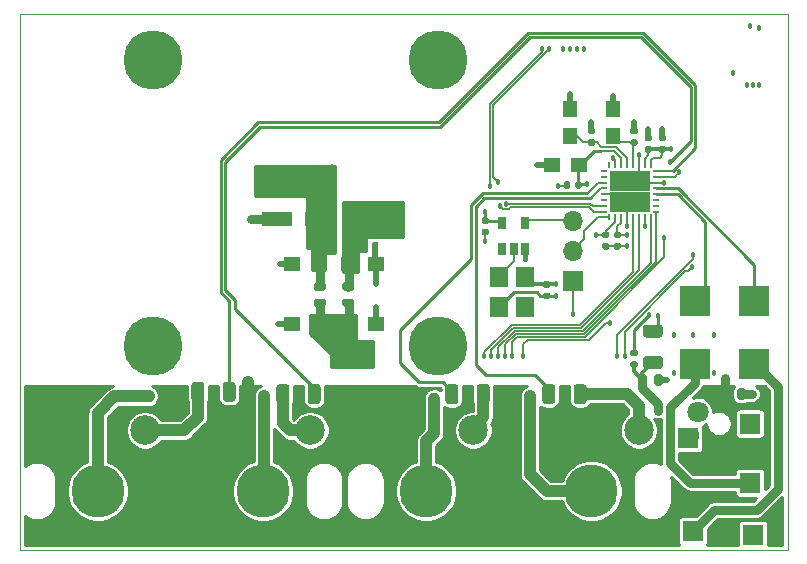
<source format=gtl>
G04 #@! TF.GenerationSoftware,KiCad,Pcbnew,(5.1.8)-1*
G04 #@! TF.CreationDate,2021-01-26T22:47:04-05:00*
G04 #@! TF.ProjectId,kimchi_ulid,6b696d63-6869-45f7-956c-69642e6b6963,v0.1*
G04 #@! TF.SameCoordinates,Original*
G04 #@! TF.FileFunction,Copper,L1,Top*
G04 #@! TF.FilePolarity,Positive*
%FSLAX46Y46*%
G04 Gerber Fmt 4.6, Leading zero omitted, Abs format (unit mm)*
G04 Created by KiCad (PCBNEW (5.1.8)-1) date 2021-01-26 22:47:04*
%MOMM*%
%LPD*%
G01*
G04 APERTURE LIST*
G04 #@! TA.AperFunction,Profile*
%ADD10C,0.100000*%
G04 #@! TD*
G04 #@! TA.AperFunction,ComponentPad*
%ADD11R,1.700000X1.700000*%
G04 #@! TD*
G04 #@! TA.AperFunction,ComponentPad*
%ADD12O,1.700000X1.700000*%
G04 #@! TD*
G04 #@! TA.AperFunction,SMDPad,CuDef*
%ADD13R,1.405349X1.299997*%
G04 #@! TD*
G04 #@! TA.AperFunction,SMDPad,CuDef*
%ADD14R,2.499995X2.560396*%
G04 #@! TD*
G04 #@! TA.AperFunction,SMDPad,CuDef*
%ADD15R,1.299997X1.405349*%
G04 #@! TD*
G04 #@! TA.AperFunction,SMDPad,CuDef*
%ADD16R,2.514600X1.219200*%
G04 #@! TD*
G04 #@! TA.AperFunction,ComponentPad*
%ADD17R,1.800000X1.800000*%
G04 #@! TD*
G04 #@! TA.AperFunction,ComponentPad*
%ADD18C,1.800000*%
G04 #@! TD*
G04 #@! TA.AperFunction,SMDPad,CuDef*
%ADD19R,1.725000X1.725000*%
G04 #@! TD*
G04 #@! TA.AperFunction,SMDPad,CuDef*
%ADD20O,0.600000X0.250000*%
G04 #@! TD*
G04 #@! TA.AperFunction,SMDPad,CuDef*
%ADD21O,0.250000X0.600000*%
G04 #@! TD*
G04 #@! TA.AperFunction,ComponentPad*
%ADD22C,2.500000*%
G04 #@! TD*
G04 #@! TA.AperFunction,ComponentPad*
%ADD23C,4.500000*%
G04 #@! TD*
G04 #@! TA.AperFunction,SMDPad,CuDef*
%ADD24R,0.650000X1.060000*%
G04 #@! TD*
G04 #@! TA.AperFunction,SMDPad,CuDef*
%ADD25R,1.500000X1.700000*%
G04 #@! TD*
G04 #@! TA.AperFunction,ComponentPad*
%ADD26C,5.000000*%
G04 #@! TD*
G04 #@! TA.AperFunction,ViaPad*
%ADD27C,0.457200*%
G04 #@! TD*
G04 #@! TA.AperFunction,Conductor*
%ADD28C,1.000000*%
G04 #@! TD*
G04 #@! TA.AperFunction,Conductor*
%ADD29C,0.750000*%
G04 #@! TD*
G04 #@! TA.AperFunction,Conductor*
%ADD30C,0.127000*%
G04 #@! TD*
G04 #@! TA.AperFunction,Conductor*
%ADD31C,0.200000*%
G04 #@! TD*
G04 #@! TA.AperFunction,Conductor*
%ADD32C,0.500000*%
G04 #@! TD*
G04 #@! TA.AperFunction,Conductor*
%ADD33C,0.350000*%
G04 #@! TD*
G04 #@! TA.AperFunction,Conductor*
%ADD34C,0.400000*%
G04 #@! TD*
G04 #@! TA.AperFunction,Conductor*
%ADD35C,0.254000*%
G04 #@! TD*
G04 #@! TA.AperFunction,Conductor*
%ADD36C,0.150000*%
G04 #@! TD*
G04 #@! TA.AperFunction,Conductor*
%ADD37C,0.300000*%
G04 #@! TD*
G04 #@! TA.AperFunction,Conductor*
%ADD38C,0.100000*%
G04 #@! TD*
G04 APERTURE END LIST*
D10*
X172000000Y-80600000D02*
X107000000Y-80600000D01*
X107000000Y-126000000D02*
X172000000Y-126000000D01*
X107000000Y-80600000D02*
X107000000Y-126000000D01*
X172000000Y-126000000D02*
X172000000Y-80600000D01*
D11*
X153800000Y-103200000D03*
D12*
X153800000Y-100660000D03*
X153800000Y-98120000D03*
D13*
X137149722Y-106900000D03*
X134850278Y-106900000D03*
X130050278Y-101800000D03*
X132349722Y-101800000D03*
X130050278Y-106900000D03*
X132349722Y-106900000D03*
X137149722Y-101800000D03*
X134850278Y-101800000D03*
D14*
X169200000Y-110272194D03*
X169200000Y-104927806D03*
X164140000Y-110272194D03*
X164140000Y-104927806D03*
D15*
X157200000Y-88650278D03*
X157200000Y-90949722D03*
X153600000Y-88650278D03*
X153600000Y-90949722D03*
D13*
X152050278Y-93400000D03*
X154349722Y-93400000D03*
G04 #@! TA.AperFunction,SMDPad,CuDef*
G36*
G01*
X135115000Y-104090000D02*
X134485000Y-104090000D01*
G75*
G02*
X134300000Y-103905000I0J185000D01*
G01*
X134300000Y-103535000D01*
G75*
G02*
X134485000Y-103350000I185000J0D01*
G01*
X135115000Y-103350000D01*
G75*
G02*
X135300000Y-103535000I0J-185000D01*
G01*
X135300000Y-103905000D01*
G75*
G02*
X135115000Y-104090000I-185000J0D01*
G01*
G37*
G04 #@! TD.AperFunction*
G04 #@! TA.AperFunction,SMDPad,CuDef*
G36*
G01*
X135115000Y-105450000D02*
X134485000Y-105450000D01*
G75*
G02*
X134300000Y-105265000I0J185000D01*
G01*
X134300000Y-104895000D01*
G75*
G02*
X134485000Y-104710000I185000J0D01*
G01*
X135115000Y-104710000D01*
G75*
G02*
X135300000Y-104895000I0J-185000D01*
G01*
X135300000Y-105265000D01*
G75*
G02*
X135115000Y-105450000I-185000J0D01*
G01*
G37*
G04 #@! TD.AperFunction*
G04 #@! TA.AperFunction,SMDPad,CuDef*
G36*
G01*
X132715000Y-104090000D02*
X132085000Y-104090000D01*
G75*
G02*
X131900000Y-103905000I0J185000D01*
G01*
X131900000Y-103535000D01*
G75*
G02*
X132085000Y-103350000I185000J0D01*
G01*
X132715000Y-103350000D01*
G75*
G02*
X132900000Y-103535000I0J-185000D01*
G01*
X132900000Y-103905000D01*
G75*
G02*
X132715000Y-104090000I-185000J0D01*
G01*
G37*
G04 #@! TD.AperFunction*
G04 #@! TA.AperFunction,SMDPad,CuDef*
G36*
G01*
X132715000Y-105450000D02*
X132085000Y-105450000D01*
G75*
G02*
X131900000Y-105265000I0J185000D01*
G01*
X131900000Y-104895000D01*
G75*
G02*
X132085000Y-104710000I185000J0D01*
G01*
X132715000Y-104710000D01*
G75*
G02*
X132900000Y-104895000I0J-185000D01*
G01*
X132900000Y-105265000D01*
G75*
G02*
X132715000Y-105450000I-185000J0D01*
G01*
G37*
G04 #@! TD.AperFunction*
D16*
X128745800Y-98000000D03*
X132454200Y-98000000D03*
G04 #@! TA.AperFunction,SMDPad,CuDef*
G36*
G01*
X136803500Y-100365250D02*
X136803500Y-100034750D01*
G75*
G02*
X136943250Y-99895000I139750J0D01*
G01*
X137222750Y-99895000D01*
G75*
G02*
X137362500Y-100034750I0J-139750D01*
G01*
X137362500Y-100365250D01*
G75*
G02*
X137222750Y-100505000I-139750J0D01*
G01*
X136943250Y-100505000D01*
G75*
G02*
X136803500Y-100365250I0J139750D01*
G01*
G37*
G04 #@! TD.AperFunction*
G04 #@! TA.AperFunction,SMDPad,CuDef*
G36*
G01*
X135837500Y-100365250D02*
X135837500Y-100034750D01*
G75*
G02*
X135977250Y-99895000I139750J0D01*
G01*
X136256750Y-99895000D01*
G75*
G02*
X136396500Y-100034750I0J-139750D01*
G01*
X136396500Y-100365250D01*
G75*
G02*
X136256750Y-100505000I-139750J0D01*
G01*
X135977250Y-100505000D01*
G75*
G02*
X135837500Y-100365250I0J139750D01*
G01*
G37*
G04 #@! TD.AperFunction*
G04 #@! TA.AperFunction,SMDPad,CuDef*
G36*
G01*
X153596500Y-94934750D02*
X153596500Y-95265250D01*
G75*
G02*
X153456750Y-95405000I-139750J0D01*
G01*
X153177250Y-95405000D01*
G75*
G02*
X153037500Y-95265250I0J139750D01*
G01*
X153037500Y-94934750D01*
G75*
G02*
X153177250Y-94795000I139750J0D01*
G01*
X153456750Y-94795000D01*
G75*
G02*
X153596500Y-94934750I0J-139750D01*
G01*
G37*
G04 #@! TD.AperFunction*
G04 #@! TA.AperFunction,SMDPad,CuDef*
G36*
G01*
X154562500Y-94934750D02*
X154562500Y-95265250D01*
G75*
G02*
X154422750Y-95405000I-139750J0D01*
G01*
X154143250Y-95405000D01*
G75*
G02*
X154003500Y-95265250I0J139750D01*
G01*
X154003500Y-94934750D01*
G75*
G02*
X154143250Y-94795000I139750J0D01*
G01*
X154422750Y-94795000D01*
G75*
G02*
X154562500Y-94934750I0J-139750D01*
G01*
G37*
G04 #@! TD.AperFunction*
D17*
X168800000Y-115300000D03*
D18*
X164400000Y-114300000D03*
D17*
X163600000Y-116500000D03*
X168800000Y-120300000D03*
X164000000Y-124400000D03*
X169100000Y-124700000D03*
G04 #@! TA.AperFunction,SMDPad,CuDef*
G36*
G01*
X155565250Y-90796500D02*
X155234750Y-90796500D01*
G75*
G02*
X155095000Y-90656750I0J139750D01*
G01*
X155095000Y-90377250D01*
G75*
G02*
X155234750Y-90237500I139750J0D01*
G01*
X155565250Y-90237500D01*
G75*
G02*
X155705000Y-90377250I0J-139750D01*
G01*
X155705000Y-90656750D01*
G75*
G02*
X155565250Y-90796500I-139750J0D01*
G01*
G37*
G04 #@! TD.AperFunction*
G04 #@! TA.AperFunction,SMDPad,CuDef*
G36*
G01*
X155565250Y-91762500D02*
X155234750Y-91762500D01*
G75*
G02*
X155095000Y-91622750I0J139750D01*
G01*
X155095000Y-91343250D01*
G75*
G02*
X155234750Y-91203500I139750J0D01*
G01*
X155565250Y-91203500D01*
G75*
G02*
X155705000Y-91343250I0J-139750D01*
G01*
X155705000Y-91622750D01*
G75*
G02*
X155565250Y-91762500I-139750J0D01*
G01*
G37*
G04 #@! TD.AperFunction*
G04 #@! TA.AperFunction,SMDPad,CuDef*
G36*
G01*
X159165250Y-90796500D02*
X158834750Y-90796500D01*
G75*
G02*
X158695000Y-90656750I0J139750D01*
G01*
X158695000Y-90377250D01*
G75*
G02*
X158834750Y-90237500I139750J0D01*
G01*
X159165250Y-90237500D01*
G75*
G02*
X159305000Y-90377250I0J-139750D01*
G01*
X159305000Y-90656750D01*
G75*
G02*
X159165250Y-90796500I-139750J0D01*
G01*
G37*
G04 #@! TD.AperFunction*
G04 #@! TA.AperFunction,SMDPad,CuDef*
G36*
G01*
X159165250Y-91762500D02*
X158834750Y-91762500D01*
G75*
G02*
X158695000Y-91622750I0J139750D01*
G01*
X158695000Y-91343250D01*
G75*
G02*
X158834750Y-91203500I139750J0D01*
G01*
X159165250Y-91203500D01*
G75*
G02*
X159305000Y-91343250I0J-139750D01*
G01*
X159305000Y-91622750D01*
G75*
G02*
X159165250Y-91762500I-139750J0D01*
G01*
G37*
G04 #@! TD.AperFunction*
D19*
X159522500Y-94777500D03*
X157797500Y-94777500D03*
X159522500Y-96502500D03*
X157797500Y-96502500D03*
D20*
X156460000Y-97390000D03*
X156460000Y-96890000D03*
X156460000Y-96390000D03*
X156460000Y-95890000D03*
X156460000Y-95390000D03*
X156460000Y-94890000D03*
X156460000Y-94390000D03*
X156460000Y-93890000D03*
D21*
X156910000Y-93440000D03*
X157410000Y-93440000D03*
X157910000Y-93440000D03*
X158410000Y-93440000D03*
X158910000Y-93440000D03*
X159410000Y-93440000D03*
X159910000Y-93440000D03*
X160410000Y-93440000D03*
D20*
X160860000Y-93890000D03*
X160860000Y-94390000D03*
X160860000Y-94890000D03*
X160860000Y-95390000D03*
X160860000Y-95890000D03*
X160860000Y-96390000D03*
X160860000Y-96890000D03*
X160860000Y-97390000D03*
D21*
X160410000Y-97840000D03*
X159910000Y-97840000D03*
X159410000Y-97840000D03*
X158910000Y-97840000D03*
X158410000Y-97840000D03*
X157910000Y-97840000D03*
X157410000Y-97840000D03*
X156910000Y-97840000D03*
G04 #@! TA.AperFunction,SMDPad,CuDef*
G36*
G01*
X160090000Y-111285000D02*
X160090000Y-111915000D01*
G75*
G02*
X159905000Y-112100000I-185000J0D01*
G01*
X159535000Y-112100000D01*
G75*
G02*
X159350000Y-111915000I0J185000D01*
G01*
X159350000Y-111285000D01*
G75*
G02*
X159535000Y-111100000I185000J0D01*
G01*
X159905000Y-111100000D01*
G75*
G02*
X160090000Y-111285000I0J-185000D01*
G01*
G37*
G04 #@! TD.AperFunction*
G04 #@! TA.AperFunction,SMDPad,CuDef*
G36*
G01*
X161450000Y-111285000D02*
X161450000Y-111915000D01*
G75*
G02*
X161265000Y-112100000I-185000J0D01*
G01*
X160895000Y-112100000D01*
G75*
G02*
X160710000Y-111915000I0J185000D01*
G01*
X160710000Y-111285000D01*
G75*
G02*
X160895000Y-111100000I185000J0D01*
G01*
X161265000Y-111100000D01*
G75*
G02*
X161450000Y-111285000I0J-185000D01*
G01*
G37*
G04 #@! TD.AperFunction*
G04 #@! TA.AperFunction,SMDPad,CuDef*
G36*
G01*
X159165250Y-110562500D02*
X158834750Y-110562500D01*
G75*
G02*
X158695000Y-110422750I0J139750D01*
G01*
X158695000Y-110143250D01*
G75*
G02*
X158834750Y-110003500I139750J0D01*
G01*
X159165250Y-110003500D01*
G75*
G02*
X159305000Y-110143250I0J-139750D01*
G01*
X159305000Y-110422750D01*
G75*
G02*
X159165250Y-110562500I-139750J0D01*
G01*
G37*
G04 #@! TD.AperFunction*
G04 #@! TA.AperFunction,SMDPad,CuDef*
G36*
G01*
X159165250Y-109596500D02*
X158834750Y-109596500D01*
G75*
G02*
X158695000Y-109456750I0J139750D01*
G01*
X158695000Y-109177250D01*
G75*
G02*
X158834750Y-109037500I139750J0D01*
G01*
X159165250Y-109037500D01*
G75*
G02*
X159305000Y-109177250I0J-139750D01*
G01*
X159305000Y-109456750D01*
G75*
G02*
X159165250Y-109596500I-139750J0D01*
G01*
G37*
G04 #@! TD.AperFunction*
G04 #@! TA.AperFunction,SMDPad,CuDef*
G36*
G01*
X167710000Y-113115000D02*
X167710000Y-112485000D01*
G75*
G02*
X167895000Y-112300000I185000J0D01*
G01*
X168265000Y-112300000D01*
G75*
G02*
X168450000Y-112485000I0J-185000D01*
G01*
X168450000Y-113115000D01*
G75*
G02*
X168265000Y-113300000I-185000J0D01*
G01*
X167895000Y-113300000D01*
G75*
G02*
X167710000Y-113115000I0J185000D01*
G01*
G37*
G04 #@! TD.AperFunction*
G04 #@! TA.AperFunction,SMDPad,CuDef*
G36*
G01*
X166350000Y-113115000D02*
X166350000Y-112485000D01*
G75*
G02*
X166535000Y-112300000I185000J0D01*
G01*
X166905000Y-112300000D01*
G75*
G02*
X167090000Y-112485000I0J-185000D01*
G01*
X167090000Y-113115000D01*
G75*
G02*
X166905000Y-113300000I-185000J0D01*
G01*
X166535000Y-113300000D01*
G75*
G02*
X166350000Y-113115000I0J185000D01*
G01*
G37*
G04 #@! TD.AperFunction*
G04 #@! TA.AperFunction,SMDPad,CuDef*
G36*
G01*
X156434750Y-100003500D02*
X156765250Y-100003500D01*
G75*
G02*
X156905000Y-100143250I0J-139750D01*
G01*
X156905000Y-100422750D01*
G75*
G02*
X156765250Y-100562500I-139750J0D01*
G01*
X156434750Y-100562500D01*
G75*
G02*
X156295000Y-100422750I0J139750D01*
G01*
X156295000Y-100143250D01*
G75*
G02*
X156434750Y-100003500I139750J0D01*
G01*
G37*
G04 #@! TD.AperFunction*
G04 #@! TA.AperFunction,SMDPad,CuDef*
G36*
G01*
X156434750Y-99037500D02*
X156765250Y-99037500D01*
G75*
G02*
X156905000Y-99177250I0J-139750D01*
G01*
X156905000Y-99456750D01*
G75*
G02*
X156765250Y-99596500I-139750J0D01*
G01*
X156434750Y-99596500D01*
G75*
G02*
X156295000Y-99456750I0J139750D01*
G01*
X156295000Y-99177250D01*
G75*
G02*
X156434750Y-99037500I139750J0D01*
G01*
G37*
G04 #@! TD.AperFunction*
G04 #@! TA.AperFunction,SMDPad,CuDef*
G36*
G01*
X157434750Y-100003500D02*
X157765250Y-100003500D01*
G75*
G02*
X157905000Y-100143250I0J-139750D01*
G01*
X157905000Y-100422750D01*
G75*
G02*
X157765250Y-100562500I-139750J0D01*
G01*
X157434750Y-100562500D01*
G75*
G02*
X157295000Y-100422750I0J139750D01*
G01*
X157295000Y-100143250D01*
G75*
G02*
X157434750Y-100003500I139750J0D01*
G01*
G37*
G04 #@! TD.AperFunction*
G04 #@! TA.AperFunction,SMDPad,CuDef*
G36*
G01*
X157434750Y-99037500D02*
X157765250Y-99037500D01*
G75*
G02*
X157905000Y-99177250I0J-139750D01*
G01*
X157905000Y-99456750D01*
G75*
G02*
X157765250Y-99596500I-139750J0D01*
G01*
X157434750Y-99596500D01*
G75*
G02*
X157295000Y-99456750I0J139750D01*
G01*
X157295000Y-99177250D01*
G75*
G02*
X157434750Y-99037500I139750J0D01*
G01*
G37*
G04 #@! TD.AperFunction*
G04 #@! TA.AperFunction,SMDPad,CuDef*
G36*
G01*
X161565250Y-91396500D02*
X161234750Y-91396500D01*
G75*
G02*
X161095000Y-91256750I0J139750D01*
G01*
X161095000Y-90977250D01*
G75*
G02*
X161234750Y-90837500I139750J0D01*
G01*
X161565250Y-90837500D01*
G75*
G02*
X161705000Y-90977250I0J-139750D01*
G01*
X161705000Y-91256750D01*
G75*
G02*
X161565250Y-91396500I-139750J0D01*
G01*
G37*
G04 #@! TD.AperFunction*
G04 #@! TA.AperFunction,SMDPad,CuDef*
G36*
G01*
X161565250Y-92362500D02*
X161234750Y-92362500D01*
G75*
G02*
X161095000Y-92222750I0J139750D01*
G01*
X161095000Y-91943250D01*
G75*
G02*
X161234750Y-91803500I139750J0D01*
G01*
X161565250Y-91803500D01*
G75*
G02*
X161705000Y-91943250I0J-139750D01*
G01*
X161705000Y-92222750D01*
G75*
G02*
X161565250Y-92362500I-139750J0D01*
G01*
G37*
G04 #@! TD.AperFunction*
G04 #@! TA.AperFunction,SMDPad,CuDef*
G36*
G01*
X160365250Y-91396500D02*
X160034750Y-91396500D01*
G75*
G02*
X159895000Y-91256750I0J139750D01*
G01*
X159895000Y-90977250D01*
G75*
G02*
X160034750Y-90837500I139750J0D01*
G01*
X160365250Y-90837500D01*
G75*
G02*
X160505000Y-90977250I0J-139750D01*
G01*
X160505000Y-91256750D01*
G75*
G02*
X160365250Y-91396500I-139750J0D01*
G01*
G37*
G04 #@! TD.AperFunction*
G04 #@! TA.AperFunction,SMDPad,CuDef*
G36*
G01*
X160365250Y-92362500D02*
X160034750Y-92362500D01*
G75*
G02*
X159895000Y-92222750I0J139750D01*
G01*
X159895000Y-91943250D01*
G75*
G02*
X160034750Y-91803500I139750J0D01*
G01*
X160365250Y-91803500D01*
G75*
G02*
X160505000Y-91943250I0J-139750D01*
G01*
X160505000Y-92222750D01*
G75*
G02*
X160365250Y-92362500I-139750J0D01*
G01*
G37*
G04 #@! TD.AperFunction*
D22*
X131600000Y-115875000D03*
X117600000Y-115875000D03*
D23*
X113600000Y-121000000D03*
X127600000Y-121000000D03*
D22*
X159400000Y-115875000D03*
X145400000Y-115875000D03*
D23*
X141400000Y-121000000D03*
X155400000Y-121000000D03*
G04 #@! TA.AperFunction,SMDPad,CuDef*
G36*
G01*
X149820000Y-113315000D02*
X149820000Y-112685000D01*
G75*
G02*
X150005000Y-112500000I185000J0D01*
G01*
X150375000Y-112500000D01*
G75*
G02*
X150560000Y-112685000I0J-185000D01*
G01*
X150560000Y-113315000D01*
G75*
G02*
X150375000Y-113500000I-185000J0D01*
G01*
X150005000Y-113500000D01*
G75*
G02*
X149820000Y-113315000I0J185000D01*
G01*
G37*
G04 #@! TD.AperFunction*
G04 #@! TA.AperFunction,SMDPad,CuDef*
G36*
G01*
X148460000Y-113315000D02*
X148460000Y-112685000D01*
G75*
G02*
X148645000Y-112500000I185000J0D01*
G01*
X149015000Y-112500000D01*
G75*
G02*
X149200000Y-112685000I0J-185000D01*
G01*
X149200000Y-113315000D01*
G75*
G02*
X149015000Y-113500000I-185000J0D01*
G01*
X148645000Y-113500000D01*
G75*
G02*
X148460000Y-113315000I0J185000D01*
G01*
G37*
G04 #@! TD.AperFunction*
G04 #@! TA.AperFunction,SMDPad,CuDef*
G36*
G01*
X141700000Y-113515000D02*
X141700000Y-112885000D01*
G75*
G02*
X141885000Y-112700000I185000J0D01*
G01*
X142255000Y-112700000D01*
G75*
G02*
X142440000Y-112885000I0J-185000D01*
G01*
X142440000Y-113515000D01*
G75*
G02*
X142255000Y-113700000I-185000J0D01*
G01*
X141885000Y-113700000D01*
G75*
G02*
X141700000Y-113515000I0J185000D01*
G01*
G37*
G04 #@! TD.AperFunction*
G04 #@! TA.AperFunction,SMDPad,CuDef*
G36*
G01*
X140340000Y-113515000D02*
X140340000Y-112885000D01*
G75*
G02*
X140525000Y-112700000I185000J0D01*
G01*
X140895000Y-112700000D01*
G75*
G02*
X141080000Y-112885000I0J-185000D01*
G01*
X141080000Y-113515000D01*
G75*
G02*
X140895000Y-113700000I-185000J0D01*
G01*
X140525000Y-113700000D01*
G75*
G02*
X140340000Y-113515000I0J185000D01*
G01*
G37*
G04 #@! TD.AperFunction*
G04 #@! TA.AperFunction,SMDPad,CuDef*
G36*
G01*
X127310000Y-113315000D02*
X127310000Y-112685000D01*
G75*
G02*
X127495000Y-112500000I185000J0D01*
G01*
X127865000Y-112500000D01*
G75*
G02*
X128050000Y-112685000I0J-185000D01*
G01*
X128050000Y-113315000D01*
G75*
G02*
X127865000Y-113500000I-185000J0D01*
G01*
X127495000Y-113500000D01*
G75*
G02*
X127310000Y-113315000I0J185000D01*
G01*
G37*
G04 #@! TD.AperFunction*
G04 #@! TA.AperFunction,SMDPad,CuDef*
G36*
G01*
X125950000Y-113315000D02*
X125950000Y-112685000D01*
G75*
G02*
X126135000Y-112500000I185000J0D01*
G01*
X126505000Y-112500000D01*
G75*
G02*
X126690000Y-112685000I0J-185000D01*
G01*
X126690000Y-113315000D01*
G75*
G02*
X126505000Y-113500000I-185000J0D01*
G01*
X126135000Y-113500000D01*
G75*
G02*
X125950000Y-113315000I0J185000D01*
G01*
G37*
G04 #@! TD.AperFunction*
G04 #@! TA.AperFunction,SMDPad,CuDef*
G36*
G01*
X118290000Y-112685000D02*
X118290000Y-113315000D01*
G75*
G02*
X118105000Y-113500000I-185000J0D01*
G01*
X117735000Y-113500000D01*
G75*
G02*
X117550000Y-113315000I0J185000D01*
G01*
X117550000Y-112685000D01*
G75*
G02*
X117735000Y-112500000I185000J0D01*
G01*
X118105000Y-112500000D01*
G75*
G02*
X118290000Y-112685000I0J-185000D01*
G01*
G37*
G04 #@! TD.AperFunction*
G04 #@! TA.AperFunction,SMDPad,CuDef*
G36*
G01*
X119650000Y-112685000D02*
X119650000Y-113315000D01*
G75*
G02*
X119465000Y-113500000I-185000J0D01*
G01*
X119095000Y-113500000D01*
G75*
G02*
X118910000Y-113315000I0J185000D01*
G01*
X118910000Y-112685000D01*
G75*
G02*
X119095000Y-112500000I185000J0D01*
G01*
X119465000Y-112500000D01*
G75*
G02*
X119650000Y-112685000I0J-185000D01*
G01*
G37*
G04 #@! TD.AperFunction*
G04 #@! TA.AperFunction,SMDPad,CuDef*
G36*
G01*
X129825000Y-112225000D02*
X129825000Y-113375000D01*
G75*
G02*
X129550000Y-113650000I-275000J0D01*
G01*
X129000000Y-113650000D01*
G75*
G02*
X128725000Y-113375000I0J275000D01*
G01*
X128725000Y-112225000D01*
G75*
G02*
X129000000Y-111950000I275000J0D01*
G01*
X129550000Y-111950000D01*
G75*
G02*
X129825000Y-112225000I0J-275000D01*
G01*
G37*
G04 #@! TD.AperFunction*
G04 #@! TA.AperFunction,SMDPad,CuDef*
G36*
G01*
X132475000Y-112225000D02*
X132475000Y-113375000D01*
G75*
G02*
X132200000Y-113650000I-275000J0D01*
G01*
X131650000Y-113650000D01*
G75*
G02*
X131375000Y-113375000I0J275000D01*
G01*
X131375000Y-112225000D01*
G75*
G02*
X131650000Y-111950000I275000J0D01*
G01*
X132200000Y-111950000D01*
G75*
G02*
X132475000Y-112225000I0J-275000D01*
G01*
G37*
G04 #@! TD.AperFunction*
G04 #@! TA.AperFunction,SMDPad,CuDef*
G36*
G01*
X122625000Y-112025000D02*
X122625000Y-113175000D01*
G75*
G02*
X122350000Y-113450000I-275000J0D01*
G01*
X121800000Y-113450000D01*
G75*
G02*
X121525000Y-113175000I0J275000D01*
G01*
X121525000Y-112025000D01*
G75*
G02*
X121800000Y-111750000I275000J0D01*
G01*
X122350000Y-111750000D01*
G75*
G02*
X122625000Y-112025000I0J-275000D01*
G01*
G37*
G04 #@! TD.AperFunction*
G04 #@! TA.AperFunction,SMDPad,CuDef*
G36*
G01*
X125275000Y-112025000D02*
X125275000Y-113175000D01*
G75*
G02*
X125000000Y-113450000I-275000J0D01*
G01*
X124450000Y-113450000D01*
G75*
G02*
X124175000Y-113175000I0J275000D01*
G01*
X124175000Y-112025000D01*
G75*
G02*
X124450000Y-111750000I275000J0D01*
G01*
X125000000Y-111750000D01*
G75*
G02*
X125275000Y-112025000I0J-275000D01*
G01*
G37*
G04 #@! TD.AperFunction*
D24*
X147850000Y-100500000D03*
X148800000Y-100500000D03*
X149750000Y-100500000D03*
X149750000Y-98300000D03*
X147850000Y-98300000D03*
G04 #@! TA.AperFunction,SMDPad,CuDef*
G36*
G01*
X146234750Y-98803500D02*
X146565250Y-98803500D01*
G75*
G02*
X146705000Y-98943250I0J-139750D01*
G01*
X146705000Y-99222750D01*
G75*
G02*
X146565250Y-99362500I-139750J0D01*
G01*
X146234750Y-99362500D01*
G75*
G02*
X146095000Y-99222750I0J139750D01*
G01*
X146095000Y-98943250D01*
G75*
G02*
X146234750Y-98803500I139750J0D01*
G01*
G37*
G04 #@! TD.AperFunction*
G04 #@! TA.AperFunction,SMDPad,CuDef*
G36*
G01*
X146234750Y-97837500D02*
X146565250Y-97837500D01*
G75*
G02*
X146705000Y-97977250I0J-139750D01*
G01*
X146705000Y-98256750D01*
G75*
G02*
X146565250Y-98396500I-139750J0D01*
G01*
X146234750Y-98396500D01*
G75*
G02*
X146095000Y-98256750I0J139750D01*
G01*
X146095000Y-97977250D01*
G75*
G02*
X146234750Y-97837500I139750J0D01*
G01*
G37*
G04 #@! TD.AperFunction*
D25*
X147570000Y-105450000D03*
X147570000Y-102910000D03*
X149770000Y-102910000D03*
X149770000Y-105450000D03*
G04 #@! TA.AperFunction,SMDPad,CuDef*
G36*
G01*
X153885000Y-113375000D02*
X153885000Y-112225000D01*
G75*
G02*
X154160000Y-111950000I275000J0D01*
G01*
X154710000Y-111950000D01*
G75*
G02*
X154985000Y-112225000I0J-275000D01*
G01*
X154985000Y-113375000D01*
G75*
G02*
X154710000Y-113650000I-275000J0D01*
G01*
X154160000Y-113650000D01*
G75*
G02*
X153885000Y-113375000I0J275000D01*
G01*
G37*
G04 #@! TD.AperFunction*
G04 #@! TA.AperFunction,SMDPad,CuDef*
G36*
G01*
X151235000Y-113375000D02*
X151235000Y-112225000D01*
G75*
G02*
X151510000Y-111950000I275000J0D01*
G01*
X152060000Y-111950000D01*
G75*
G02*
X152335000Y-112225000I0J-275000D01*
G01*
X152335000Y-113375000D01*
G75*
G02*
X152060000Y-113650000I-275000J0D01*
G01*
X151510000Y-113650000D01*
G75*
G02*
X151235000Y-113375000I0J275000D01*
G01*
G37*
G04 #@! TD.AperFunction*
G04 #@! TA.AperFunction,SMDPad,CuDef*
G36*
G01*
X145685000Y-113375000D02*
X145685000Y-112225000D01*
G75*
G02*
X145960000Y-111950000I275000J0D01*
G01*
X146510000Y-111950000D01*
G75*
G02*
X146785000Y-112225000I0J-275000D01*
G01*
X146785000Y-113375000D01*
G75*
G02*
X146510000Y-113650000I-275000J0D01*
G01*
X145960000Y-113650000D01*
G75*
G02*
X145685000Y-113375000I0J275000D01*
G01*
G37*
G04 #@! TD.AperFunction*
G04 #@! TA.AperFunction,SMDPad,CuDef*
G36*
G01*
X143035000Y-113375000D02*
X143035000Y-112225000D01*
G75*
G02*
X143310000Y-111950000I275000J0D01*
G01*
X143860000Y-111950000D01*
G75*
G02*
X144135000Y-112225000I0J-275000D01*
G01*
X144135000Y-113375000D01*
G75*
G02*
X143860000Y-113650000I-275000J0D01*
G01*
X143310000Y-113650000D01*
G75*
G02*
X143035000Y-113375000I0J275000D01*
G01*
G37*
G04 #@! TD.AperFunction*
G04 #@! TA.AperFunction,SMDPad,CuDef*
G36*
G01*
X160025000Y-109575000D02*
X161175000Y-109575000D01*
G75*
G02*
X161450000Y-109850000I0J-275000D01*
G01*
X161450000Y-110400000D01*
G75*
G02*
X161175000Y-110675000I-275000J0D01*
G01*
X160025000Y-110675000D01*
G75*
G02*
X159750000Y-110400000I0J275000D01*
G01*
X159750000Y-109850000D01*
G75*
G02*
X160025000Y-109575000I275000J0D01*
G01*
G37*
G04 #@! TD.AperFunction*
G04 #@! TA.AperFunction,SMDPad,CuDef*
G36*
G01*
X160025000Y-106925000D02*
X161175000Y-106925000D01*
G75*
G02*
X161450000Y-107200000I0J-275000D01*
G01*
X161450000Y-107750000D01*
G75*
G02*
X161175000Y-108025000I-275000J0D01*
G01*
X160025000Y-108025000D01*
G75*
G02*
X159750000Y-107750000I0J275000D01*
G01*
X159750000Y-107200000D01*
G75*
G02*
X160025000Y-106925000I275000J0D01*
G01*
G37*
G04 #@! TD.AperFunction*
G04 #@! TA.AperFunction,SMDPad,CuDef*
G36*
G01*
X151765250Y-103796500D02*
X151434750Y-103796500D01*
G75*
G02*
X151295000Y-103656750I0J139750D01*
G01*
X151295000Y-103377250D01*
G75*
G02*
X151434750Y-103237500I139750J0D01*
G01*
X151765250Y-103237500D01*
G75*
G02*
X151905000Y-103377250I0J-139750D01*
G01*
X151905000Y-103656750D01*
G75*
G02*
X151765250Y-103796500I-139750J0D01*
G01*
G37*
G04 #@! TD.AperFunction*
G04 #@! TA.AperFunction,SMDPad,CuDef*
G36*
G01*
X151765250Y-104762500D02*
X151434750Y-104762500D01*
G75*
G02*
X151295000Y-104622750I0J139750D01*
G01*
X151295000Y-104343250D01*
G75*
G02*
X151434750Y-104203500I139750J0D01*
G01*
X151765250Y-104203500D01*
G75*
G02*
X151905000Y-104343250I0J-139750D01*
G01*
X151905000Y-104622750D01*
G75*
G02*
X151765250Y-104762500I-139750J0D01*
G01*
G37*
G04 #@! TD.AperFunction*
D26*
X142400000Y-108700000D03*
X142400000Y-84500000D03*
X118250000Y-108700000D03*
X118250000Y-84500000D03*
D27*
X154800000Y-83600000D03*
X154200000Y-83600000D03*
X153000000Y-83600000D03*
X159400000Y-92600000D03*
X149750000Y-101400000D03*
X146400000Y-99800000D03*
X161800000Y-111600000D03*
X152600000Y-95200000D03*
X161400000Y-90400000D03*
X160200000Y-90400000D03*
X159000000Y-89800000D03*
X155400000Y-89800000D03*
X150800000Y-93400000D03*
X153600000Y-87400000D03*
X157200000Y-87600000D03*
X158400000Y-100283000D03*
X159522500Y-96502500D03*
X159522500Y-94777500D03*
X147600000Y-113000000D03*
X139800000Y-113200000D03*
X126320000Y-111800000D03*
X120600000Y-113000000D03*
X166720000Y-111480000D03*
X160600000Y-125200000D03*
X171000000Y-124400000D03*
X166800000Y-124400000D03*
X167800000Y-117400000D03*
X164600000Y-118400000D03*
X157819119Y-96502500D03*
X137149722Y-103450278D03*
X137149722Y-105450278D03*
X128900000Y-106900000D03*
X129000038Y-101800000D03*
X126600000Y-98000000D03*
X153110000Y-112800000D03*
X153000000Y-114600000D03*
X149000000Y-114600000D03*
X151400000Y-114600000D03*
X149000000Y-115600000D03*
X151400000Y-115600000D03*
X153000000Y-115600000D03*
X154600000Y-115600000D03*
X154600000Y-114600000D03*
X147600000Y-114600000D03*
X147600000Y-115600000D03*
X108400000Y-112600000D03*
X141400000Y-125200000D03*
X148000000Y-125200000D03*
X136000000Y-125200000D03*
X155400000Y-125200000D03*
X132600000Y-125200000D03*
X127600000Y-125200000D03*
X113600000Y-125200000D03*
X120600000Y-125200000D03*
X108200000Y-125200000D03*
X148000000Y-121600000D03*
X120600000Y-121200000D03*
X132600000Y-118000000D03*
X120600000Y-117400000D03*
X108400000Y-118000000D03*
X158200000Y-121000000D03*
X163800000Y-121800000D03*
X158400000Y-118200000D03*
X110600000Y-121200000D03*
X124600000Y-121200000D03*
X116600000Y-121200000D03*
X129000000Y-117400000D03*
X115200000Y-118000000D03*
X126200000Y-117400000D03*
X112000000Y-118000000D03*
X113200000Y-113000000D03*
X152400000Y-119600000D03*
X130600000Y-121200000D03*
X152400000Y-103517000D03*
X168800000Y-81600000D03*
X167400000Y-85600000D03*
X153600000Y-83600000D03*
X157580890Y-94777500D03*
X158410000Y-98589978D03*
X161580890Y-94891999D03*
X169550000Y-81800000D03*
X169550000Y-86650000D03*
X136600000Y-108600000D03*
X133600000Y-108600000D03*
X133600000Y-110200000D03*
X136600000Y-110200000D03*
X165800000Y-107800000D03*
X162400000Y-107800000D03*
X162400000Y-111000000D03*
X165800000Y-111000000D03*
X164000000Y-107800000D03*
X168550000Y-86650000D03*
X169050000Y-86650000D03*
X151200000Y-83600000D03*
X146800000Y-95199958D03*
X147649744Y-96878879D03*
X151800026Y-83600000D03*
X147454011Y-94854011D03*
X148200000Y-96682610D03*
X158200000Y-109600000D03*
X163948178Y-102044534D03*
X157600000Y-109600000D03*
X164000000Y-101000002D03*
X159900000Y-98600000D03*
X161580890Y-99600000D03*
X148687338Y-109606805D03*
X149600000Y-109600000D03*
X157000000Y-106800000D03*
X153800000Y-106000000D03*
X146336621Y-109600000D03*
X146920814Y-109595192D03*
X147506331Y-109602388D03*
X148095413Y-109606018D03*
X157200000Y-92800000D03*
X161000000Y-106200000D03*
X160286410Y-106065526D03*
X155000000Y-94999994D03*
X169000000Y-112800000D03*
X161000026Y-114200000D03*
X162020870Y-93179130D03*
X162841740Y-94000000D03*
X127200000Y-95600000D03*
X133400000Y-93600000D03*
X133400000Y-95800000D03*
X127200000Y-93800000D03*
X162117000Y-92083000D03*
X155800000Y-99317000D03*
X158400000Y-99317000D03*
X139200000Y-96800000D03*
X139200000Y-99200000D03*
X134600000Y-96800000D03*
X134850278Y-100200000D03*
X137000000Y-97800000D03*
X152400000Y-104483000D03*
X146400000Y-97400000D03*
D28*
X120400000Y-113000000D02*
X119280000Y-113000000D01*
X126320000Y-113000000D02*
X126320000Y-111800000D01*
X139800000Y-113200000D02*
X140710000Y-113200000D01*
X148000000Y-113000000D02*
X148830000Y-113000000D01*
D29*
X166720000Y-112800000D02*
X166720000Y-112800000D01*
D30*
X166720000Y-111480000D02*
X166720000Y-111480000D01*
D29*
X166720000Y-112800000D02*
X166720000Y-111480000D01*
D30*
X159410000Y-94665000D02*
X159522500Y-94777500D01*
D31*
X159410000Y-93440000D02*
X159410000Y-94665000D01*
D30*
X159635000Y-94890000D02*
X159522500Y-94777500D01*
D31*
X160860000Y-94890000D02*
X160110000Y-94890000D01*
D30*
X158410000Y-97115000D02*
X157797500Y-96502500D01*
D31*
X158410000Y-97840000D02*
X158410000Y-97115000D01*
D30*
X157185000Y-95890000D02*
X157797500Y-96502500D01*
D31*
X156460000Y-95890000D02*
X157185000Y-95890000D01*
D30*
X157600000Y-100283000D02*
X158400000Y-100283000D01*
X156600000Y-100283000D02*
X157600000Y-100283000D01*
X150377000Y-103517000D02*
X149770000Y-102910000D01*
X151600000Y-103517000D02*
X151600000Y-103517000D01*
D32*
X137149722Y-101800000D02*
X137149722Y-103450278D01*
D30*
X137149722Y-103450278D02*
X137149722Y-103450278D01*
X137083000Y-101733278D02*
X137149722Y-101800000D01*
D32*
X137083000Y-100200000D02*
X137083000Y-101733278D01*
X137149722Y-106900000D02*
X137149722Y-105450278D01*
D30*
X137149722Y-105450278D02*
X137149722Y-105450278D01*
D32*
X130050278Y-106900000D02*
X128900000Y-106900000D01*
X130050278Y-101800000D02*
X129000038Y-101800000D01*
D29*
X128745800Y-98000000D02*
X126600000Y-98000000D01*
D30*
X126600000Y-98000000D02*
X126600000Y-98000000D01*
D32*
X153600000Y-88650278D02*
X153600000Y-87400000D01*
X155400000Y-90517000D02*
X155400000Y-89800000D01*
X157200000Y-88650278D02*
X157200000Y-87600000D01*
X161400000Y-90400000D02*
X161400000Y-91117000D01*
X160200000Y-90400000D02*
X160200000Y-91117000D01*
X159000000Y-89800000D02*
X159000000Y-90517000D01*
X150800000Y-93400000D02*
X152050278Y-93400000D01*
X161080000Y-111600000D02*
X161800000Y-111600000D01*
D28*
X148830000Y-113000000D02*
X148830000Y-113000000D01*
D30*
X146400000Y-99800000D02*
X146400000Y-99083000D01*
X151600000Y-103517000D02*
X151600000Y-103517000D01*
D33*
X151600000Y-103517000D02*
X150377000Y-103517000D01*
X151600000Y-103517000D02*
X152400000Y-103517000D01*
D34*
X149750000Y-101400000D02*
X149750000Y-100500000D01*
D31*
X158410000Y-97840000D02*
X158410000Y-98590000D01*
D30*
X160110000Y-94890000D02*
X159635000Y-94890000D01*
X159400000Y-93430000D02*
X159410000Y-93440000D01*
D31*
X159400000Y-92600000D02*
X159400000Y-93430000D01*
X152600000Y-95200000D02*
X153317000Y-95200000D01*
D30*
X158410000Y-98590000D02*
X158410000Y-98589978D01*
D31*
X160860000Y-94890000D02*
X161578891Y-94890000D01*
X161578891Y-94890000D02*
X161580890Y-94891999D01*
D30*
X132400000Y-106849722D02*
X132400000Y-106849722D01*
D29*
X132400000Y-105080000D02*
X132400000Y-106849722D01*
X134850278Y-106900000D02*
X134850278Y-106900000D01*
X134850278Y-106900000D02*
X134850278Y-105130278D01*
D30*
X132400000Y-106849722D02*
X132349722Y-106900000D01*
X151200000Y-83600000D02*
X151200000Y-83600000D01*
X146800000Y-88200000D02*
X146800000Y-95199958D01*
X151200000Y-83800000D02*
X146800000Y-88200000D01*
X151200000Y-83600000D02*
X151200000Y-83800000D01*
X148401170Y-97101712D02*
X147872577Y-97101712D01*
X155200000Y-97000000D02*
X148502882Y-97000000D01*
X147872577Y-97101712D02*
X147649744Y-96878879D01*
X156460000Y-97390000D02*
X155590000Y-97390000D01*
X155590000Y-97390000D02*
X155200000Y-97000000D01*
X148502882Y-97000000D02*
X148401170Y-97101712D01*
X147454041Y-94854041D02*
X147454011Y-94854011D01*
X147054011Y-88346015D02*
X147054011Y-94454011D01*
X151800026Y-83600000D02*
X147054011Y-88346015D01*
X147054011Y-94454011D02*
X147454011Y-94854011D01*
X155282610Y-96682610D02*
X148200000Y-96682610D01*
X155490000Y-96890000D02*
X155282610Y-96682610D01*
X156460000Y-96890000D02*
X155490000Y-96890000D01*
X163592712Y-102400000D02*
X163948178Y-102044534D01*
X163359224Y-102400000D02*
X163592712Y-102400000D01*
X158200000Y-107559224D02*
X163359224Y-102400000D01*
X158200000Y-109600000D02*
X158200000Y-107559224D01*
X157600000Y-109600000D02*
X157600000Y-107800000D01*
X157600000Y-107800000D02*
X164000000Y-101400000D01*
X164000000Y-101400000D02*
X164000000Y-101000002D01*
X161600000Y-99600000D02*
X161600000Y-99600000D01*
X161600000Y-99600000D02*
X161600000Y-99600000D01*
X159910000Y-98590000D02*
X159900000Y-98600000D01*
X159910000Y-97840000D02*
X159910000Y-98590000D01*
X154854009Y-107945991D02*
X149094785Y-107945991D01*
X149094785Y-107945991D02*
X148687338Y-108353438D01*
X148687338Y-108353438D02*
X148687338Y-109606805D01*
X161580890Y-101219110D02*
X154854009Y-107945991D01*
X161580890Y-99600000D02*
X161580890Y-101219110D01*
X153800000Y-103200000D02*
X153800000Y-106000000D01*
X149600000Y-109600000D02*
X149600000Y-108600000D01*
X149600000Y-108600000D02*
X150000000Y-108200000D01*
X150000000Y-108200000D02*
X155200000Y-108200000D01*
X155200000Y-108200000D02*
X156600000Y-106800000D01*
X156600000Y-106800000D02*
X157000000Y-106800000D01*
X157000000Y-106800000D02*
X157000000Y-106800000D01*
X153800000Y-106000000D02*
X153800000Y-106000000D01*
X158910000Y-97840000D02*
X158910000Y-102453104D01*
X158910000Y-102453104D02*
X154433157Y-106929947D01*
X154433157Y-106929947D02*
X148673929Y-106929947D01*
X148673929Y-106929947D02*
X146336621Y-109267255D01*
X146336621Y-109267255D02*
X146336621Y-109600000D01*
X148779143Y-107183958D02*
X146920814Y-109042287D01*
X154538370Y-107183958D02*
X148779143Y-107183958D01*
X159410000Y-102312328D02*
X154538370Y-107183958D01*
X159410000Y-97840000D02*
X159410000Y-102312328D01*
X146920814Y-109042287D02*
X146920814Y-109595192D01*
X147506331Y-108815995D02*
X147506331Y-109602388D01*
X148884357Y-107437969D02*
X147506331Y-108815995D01*
X154643583Y-107437969D02*
X148884357Y-107437969D01*
X160410000Y-101671552D02*
X154643583Y-107437969D01*
X160410000Y-97840000D02*
X160410000Y-101671552D01*
X160860000Y-101580776D02*
X154748796Y-107691980D01*
X160860000Y-97390000D02*
X160860000Y-101580776D01*
X148095413Y-108586138D02*
X148095413Y-109606018D01*
X148989571Y-107691980D02*
X148095413Y-108586138D01*
X154748796Y-107691980D02*
X148989571Y-107691980D01*
D31*
X157410000Y-93010000D02*
X157200000Y-92800000D01*
X157410000Y-93440000D02*
X157410000Y-93440000D01*
D35*
X160600000Y-107475000D02*
X161000000Y-107075000D01*
D31*
X157410000Y-93440000D02*
X157410000Y-93010000D01*
D35*
X161000000Y-107075000D02*
X161000000Y-106200000D01*
D36*
X157910000Y-93440000D02*
X157910000Y-92910000D01*
D30*
X154283000Y-93466722D02*
X154349722Y-93400000D01*
X154283000Y-95200000D02*
X154283000Y-95200000D01*
D31*
X157274290Y-92200000D02*
X156200000Y-92200000D01*
X157910000Y-92835710D02*
X157274290Y-92200000D01*
X157910000Y-92910000D02*
X157910000Y-92835710D01*
D35*
X154400000Y-93400000D02*
X154349722Y-93400000D01*
X155600000Y-92200000D02*
X154400000Y-93400000D01*
X156200000Y-92200000D02*
X155600000Y-92200000D01*
X159000000Y-109317000D02*
X159000000Y-107351936D01*
X159000000Y-107351936D02*
X160286410Y-106065526D01*
X154283000Y-93466722D02*
X154283000Y-95100000D01*
D30*
X154383006Y-94999994D02*
X154283000Y-95100000D01*
D35*
X155000000Y-94999994D02*
X154383006Y-94999994D01*
D30*
X164140000Y-110272194D02*
X164140000Y-110340000D01*
D29*
X164140000Y-111860000D02*
X164140000Y-110272194D01*
X162077011Y-113922989D02*
X164140000Y-111860000D01*
X162077011Y-118677011D02*
X162077011Y-113922989D01*
X163700000Y-120300000D02*
X162077011Y-118677011D01*
X168800000Y-120300000D02*
X163700000Y-120300000D01*
D30*
X165000000Y-104067806D02*
X164140000Y-104927806D01*
D35*
X160860000Y-95890000D02*
X162690000Y-95890000D01*
X165000000Y-98200000D02*
X165000000Y-104067806D01*
X162690000Y-95890000D02*
X165000000Y-98200000D01*
D28*
X141400000Y-121000000D02*
X141400000Y-116800000D01*
X142070000Y-116130000D02*
X142070000Y-113200000D01*
X141400000Y-116800000D02*
X142070000Y-116130000D01*
X151600000Y-121000000D02*
X155400000Y-121000000D01*
X150190000Y-119590000D02*
X151600000Y-121000000D01*
X150190000Y-113000000D02*
X150190000Y-119590000D01*
X113600000Y-121000000D02*
X113600000Y-114400000D01*
X115000000Y-113000000D02*
X117920000Y-113000000D01*
X113600000Y-114400000D02*
X115000000Y-113000000D01*
D30*
X127680000Y-120920000D02*
X127600000Y-121000000D01*
D28*
X127680000Y-113000000D02*
X127680000Y-120920000D01*
D30*
X158910000Y-91573000D02*
X159000000Y-91483000D01*
X158910000Y-93440000D02*
X158910000Y-91573000D01*
X157733278Y-91483000D02*
X157200000Y-90949722D01*
X159000000Y-91483000D02*
X157733278Y-91483000D01*
X153600000Y-90949722D02*
X154149722Y-90949722D01*
X154683000Y-91483000D02*
X155400000Y-91483000D01*
X154149722Y-90949722D02*
X154683000Y-91483000D01*
X158410000Y-92810000D02*
X158410000Y-93440000D01*
X157442898Y-91842898D02*
X158410000Y-92810000D01*
X156242898Y-91842898D02*
X157442898Y-91842898D01*
X155883000Y-91483000D02*
X156242898Y-91842898D01*
X155400000Y-91483000D02*
X155883000Y-91483000D01*
D29*
X169000000Y-112800000D02*
X168080000Y-112800000D01*
D30*
X153760000Y-98080000D02*
X153800000Y-98120000D01*
D31*
X149820000Y-98080000D02*
X153760000Y-98080000D01*
D28*
X158400000Y-112800000D02*
X159400000Y-113800000D01*
X154435000Y-112800000D02*
X158400000Y-112800000D01*
X159400000Y-113800000D02*
X159400000Y-115875000D01*
D31*
X156210000Y-95390000D02*
X156460000Y-95390000D01*
X155400000Y-96200000D02*
X156210000Y-95390000D01*
D35*
X155000001Y-96200000D02*
X155400000Y-96200000D01*
X146338828Y-96200000D02*
X155000001Y-96200000D01*
X145600000Y-96938828D02*
X146338828Y-96200000D01*
X150600000Y-111200000D02*
X146440776Y-111200000D01*
X145600000Y-110359224D02*
X145600000Y-96938828D01*
X146440776Y-111200000D02*
X145600000Y-110359224D01*
X151785000Y-112385000D02*
X150600000Y-111200000D01*
X151785000Y-112800000D02*
X151785000Y-112385000D01*
D30*
X145400000Y-115875000D02*
X145400000Y-115600000D01*
D28*
X146235000Y-114765000D02*
X146235000Y-112800000D01*
X145400000Y-115600000D02*
X146235000Y-114765000D01*
D30*
X143585000Y-112585000D02*
X143585000Y-112800000D01*
D31*
X156460000Y-94890000D02*
X155950776Y-94890000D01*
X155950776Y-94890000D02*
X155158287Y-95682489D01*
X155158287Y-95682489D02*
X155040776Y-95800000D01*
D35*
X139200000Y-110200000D02*
X140800000Y-111800000D01*
X139200000Y-107400000D02*
X139200000Y-110200000D01*
X145200000Y-101400000D02*
X139200000Y-107400000D01*
X145200000Y-96800000D02*
X145200000Y-101400000D01*
X140800000Y-111800000D02*
X142800000Y-111800000D01*
X146200000Y-95800000D02*
X145200000Y-96800000D01*
X142800000Y-111800000D02*
X143585000Y-112585000D01*
X155040776Y-95800000D02*
X146200000Y-95800000D01*
D30*
X169200000Y-110272194D02*
X169872194Y-110272194D01*
X169200000Y-110272194D02*
X170272194Y-110272194D01*
D29*
X165800000Y-122600000D02*
X164000000Y-124400000D01*
X169400000Y-122600000D02*
X165800000Y-122600000D01*
X171200000Y-120800000D02*
X169400000Y-122600000D01*
X171200000Y-112200000D02*
X171200000Y-120800000D01*
X169272194Y-110272194D02*
X171200000Y-112200000D01*
X169200000Y-110272194D02*
X169272194Y-110272194D01*
D35*
X160860000Y-95390000D02*
X162728830Y-95390000D01*
X162728830Y-95390000D02*
X169200000Y-101861170D01*
X169200000Y-101861170D02*
X169200000Y-104927806D01*
D33*
X159000000Y-110880000D02*
X159720000Y-111600000D01*
X159000000Y-110283000D02*
X159000000Y-110880000D01*
D37*
X159720000Y-111005000D02*
X160600000Y-110125000D01*
X159720000Y-111600000D02*
X159720000Y-111005000D01*
D30*
X164400000Y-116500000D02*
X164400000Y-116000000D01*
D29*
X161000026Y-113600026D02*
X161000026Y-114200000D01*
X159720000Y-112320000D02*
X161000026Y-113600026D01*
X159720000Y-111600000D02*
X159720000Y-112320000D01*
D28*
X122075000Y-112600000D02*
X122075000Y-114725000D01*
X120925000Y-115875000D02*
X117600000Y-115875000D01*
X122075000Y-114725000D02*
X120925000Y-115875000D01*
D31*
X162269225Y-93890000D02*
X160860000Y-93890000D01*
D35*
X164181011Y-91978214D02*
X162269225Y-93890000D01*
X164181011Y-86642181D02*
X164181011Y-91978214D01*
X159757819Y-82218989D02*
X164181011Y-86642181D01*
X150042181Y-82218989D02*
X159757819Y-82218989D01*
X142461170Y-89800000D02*
X150042181Y-82218989D01*
X127200000Y-89800000D02*
X142461170Y-89800000D01*
X124000000Y-93000000D02*
X127200000Y-89800000D01*
X124000000Y-104200000D02*
X124000000Y-93000000D01*
X124725000Y-104925000D02*
X124000000Y-104200000D01*
X124725000Y-112600000D02*
X124725000Y-104925000D01*
D28*
X129275000Y-115275000D02*
X129275000Y-112800000D01*
X129875000Y-115875000D02*
X129275000Y-115275000D01*
X131600000Y-115875000D02*
X129875000Y-115875000D01*
D30*
X162000000Y-93200000D02*
X162000000Y-93200000D01*
D31*
X160860000Y-94390000D02*
X162451740Y-94390000D01*
X162451740Y-94390000D02*
X162841740Y-94000000D01*
D35*
X163800000Y-91400000D02*
X162020870Y-93179130D01*
X159600000Y-82600000D02*
X163800000Y-86800000D01*
X142600000Y-90200000D02*
X150200000Y-82600000D01*
X127338830Y-90200000D02*
X142600000Y-90200000D01*
X124381011Y-93157819D02*
X127338830Y-90200000D01*
X124381011Y-103981011D02*
X124381011Y-93157819D01*
X125200000Y-104800000D02*
X124381011Y-103981011D01*
X150200000Y-82600000D02*
X159600000Y-82600000D01*
X125200000Y-105600000D02*
X125200000Y-104800000D01*
X163800000Y-86800000D02*
X163800000Y-91400000D01*
X131925000Y-112325000D02*
X125200000Y-105600000D01*
X131925000Y-112800000D02*
X131925000Y-112325000D01*
D31*
X148870000Y-101530000D02*
X148870000Y-100280000D01*
X147570000Y-102830000D02*
X148870000Y-101530000D01*
D29*
X132400000Y-101850278D02*
X132400000Y-101850278D01*
D30*
X159910000Y-93440000D02*
X159910000Y-92890000D01*
X160200000Y-92600000D02*
X160200000Y-92083000D01*
X159910000Y-92890000D02*
X160200000Y-92600000D01*
X161200000Y-92800000D02*
X161400000Y-92600000D01*
X160600000Y-92800000D02*
X161200000Y-92800000D01*
X160410000Y-92990000D02*
X160600000Y-92800000D01*
X161400000Y-92600000D02*
X161400000Y-92083000D01*
X160410000Y-93440000D02*
X160410000Y-92990000D01*
D29*
X132400000Y-98054200D02*
X132400000Y-100800000D01*
X132454200Y-98000000D02*
X132400000Y-98054200D01*
X132400000Y-101850278D02*
X132400000Y-102800000D01*
X132400000Y-102800000D02*
X132400000Y-103600000D01*
X132400000Y-103600000D02*
X132400000Y-103650278D01*
X132400000Y-100800000D02*
X132400000Y-101749722D01*
D37*
X160200000Y-92083000D02*
X162117000Y-92083000D01*
D30*
X157910000Y-97840000D02*
X157910000Y-98290000D01*
X157600000Y-98600000D02*
X157600000Y-99317000D01*
X157910000Y-98290000D02*
X157600000Y-98600000D01*
X157410000Y-97840000D02*
X157410000Y-98190000D01*
X156600000Y-99000000D02*
X156600000Y-99317000D01*
X157410000Y-98190000D02*
X156600000Y-99000000D01*
X146400000Y-98117000D02*
X146400000Y-98117000D01*
X156600000Y-99317000D02*
X156600000Y-99317000D01*
X157600000Y-99317000D02*
X157600000Y-99317000D01*
X157600000Y-99317000D02*
X158400000Y-99317000D01*
X156600000Y-99317000D02*
X155800000Y-99317000D01*
X147537000Y-105483000D02*
X147570000Y-105450000D01*
D29*
X134850278Y-103669722D02*
X134850278Y-103149722D01*
X134800000Y-103720000D02*
X134800000Y-103720000D01*
D30*
X147570000Y-105450000D02*
X147570000Y-105430000D01*
D29*
X134850278Y-101800000D02*
X134850278Y-101800000D01*
X134850278Y-101800000D02*
X134850278Y-101800000D01*
X134850278Y-102549722D02*
X134850278Y-101800000D01*
X134850278Y-103149722D02*
X134850278Y-102549722D01*
X134800000Y-103720000D02*
X134850278Y-103669722D01*
D30*
X147617000Y-98117000D02*
X147787000Y-97947000D01*
D35*
X146400000Y-98117000D02*
X147617000Y-98117000D01*
X151083000Y-104483000D02*
X152400000Y-104483000D01*
X150800000Y-104200000D02*
X151083000Y-104483000D01*
X148800000Y-104200000D02*
X150800000Y-104200000D01*
X147570000Y-105430000D02*
X148800000Y-104200000D01*
X152400000Y-104483000D02*
X152400000Y-104483000D01*
X146400000Y-98117000D02*
X146400000Y-97400000D01*
D30*
X155960000Y-97840000D02*
X156910000Y-97840000D01*
X154800000Y-99000000D02*
X155960000Y-97840000D01*
X154800000Y-99660000D02*
X154800000Y-99000000D01*
X153800000Y-100660000D02*
X154800000Y-99660000D01*
D35*
X171573000Y-125573000D02*
X170378824Y-125573000D01*
X170378824Y-123800000D01*
X170371545Y-123726095D01*
X170349988Y-123655030D01*
X170314981Y-123589537D01*
X170267869Y-123532131D01*
X170210463Y-123485019D01*
X170144970Y-123450012D01*
X170073905Y-123428455D01*
X170000000Y-123421176D01*
X168200000Y-123421176D01*
X168126095Y-123428455D01*
X168055030Y-123450012D01*
X167989537Y-123485019D01*
X167932131Y-123532131D01*
X167885019Y-123589537D01*
X167850012Y-123655030D01*
X167828455Y-123726095D01*
X167821176Y-123800000D01*
X167821176Y-125573000D01*
X165161617Y-125573000D01*
X165167869Y-125567869D01*
X165214981Y-125510463D01*
X165249988Y-125444970D01*
X165271545Y-125373905D01*
X165278824Y-125300000D01*
X165278824Y-124184664D01*
X166111489Y-123352000D01*
X169363065Y-123352000D01*
X169400000Y-123355638D01*
X169436935Y-123352000D01*
X169436938Y-123352000D01*
X169547418Y-123341119D01*
X169689170Y-123298118D01*
X169819810Y-123228290D01*
X169934317Y-123134317D01*
X169957867Y-123105621D01*
X171573000Y-121490489D01*
X171573000Y-125573000D01*
G04 #@! TA.AperFunction,Conductor*
D38*
G36*
X171573000Y-125573000D02*
G01*
X170378824Y-125573000D01*
X170378824Y-123800000D01*
X170371545Y-123726095D01*
X170349988Y-123655030D01*
X170314981Y-123589537D01*
X170267869Y-123532131D01*
X170210463Y-123485019D01*
X170144970Y-123450012D01*
X170073905Y-123428455D01*
X170000000Y-123421176D01*
X168200000Y-123421176D01*
X168126095Y-123428455D01*
X168055030Y-123450012D01*
X167989537Y-123485019D01*
X167932131Y-123532131D01*
X167885019Y-123589537D01*
X167850012Y-123655030D01*
X167828455Y-123726095D01*
X167821176Y-123800000D01*
X167821176Y-125573000D01*
X165161617Y-125573000D01*
X165167869Y-125567869D01*
X165214981Y-125510463D01*
X165249988Y-125444970D01*
X165271545Y-125373905D01*
X165278824Y-125300000D01*
X165278824Y-124184664D01*
X166111489Y-123352000D01*
X169363065Y-123352000D01*
X169400000Y-123355638D01*
X169436935Y-123352000D01*
X169436938Y-123352000D01*
X169547418Y-123341119D01*
X169689170Y-123298118D01*
X169819810Y-123228290D01*
X169934317Y-123134317D01*
X169957867Y-123105621D01*
X171573000Y-121490489D01*
X171573000Y-125573000D01*
G37*
G04 #@! TD.AperFunction*
D35*
X114828077Y-112135690D02*
X114694990Y-112176062D01*
X114662763Y-112185838D01*
X114510408Y-112267273D01*
X114510406Y-112267274D01*
X114510407Y-112267274D01*
X114431526Y-112332010D01*
X114376867Y-112376867D01*
X114349408Y-112410326D01*
X113010327Y-113749408D01*
X112976868Y-113776867D01*
X112949409Y-113810326D01*
X112949406Y-113810329D01*
X112867274Y-113910408D01*
X112785838Y-114062764D01*
X112735690Y-114228078D01*
X112718757Y-114400000D01*
X112723001Y-114443090D01*
X112723000Y-118519821D01*
X112355649Y-118671983D01*
X111925385Y-118959476D01*
X111559476Y-119325385D01*
X111271983Y-119755649D01*
X111073954Y-120233732D01*
X110973000Y-120741263D01*
X110973000Y-121258737D01*
X111073954Y-121766268D01*
X111271983Y-122244351D01*
X111559476Y-122674615D01*
X111925385Y-123040524D01*
X112355649Y-123328017D01*
X112833732Y-123526046D01*
X113341263Y-123627000D01*
X113858737Y-123627000D01*
X114366268Y-123526046D01*
X114844351Y-123328017D01*
X115274615Y-123040524D01*
X115640524Y-122674615D01*
X115928017Y-122244351D01*
X116126046Y-121766268D01*
X116227000Y-121258737D01*
X116227000Y-120741263D01*
X116126046Y-120233732D01*
X115928017Y-119755649D01*
X115640524Y-119325385D01*
X115274615Y-118959476D01*
X114844351Y-118671983D01*
X114477000Y-118519821D01*
X114477000Y-114763265D01*
X115363266Y-113877000D01*
X117716481Y-113877000D01*
X117735000Y-113878824D01*
X118105000Y-113878824D01*
X118214997Y-113867990D01*
X118320766Y-113835905D01*
X118418244Y-113783803D01*
X118503684Y-113713684D01*
X118573803Y-113628244D01*
X118625905Y-113530766D01*
X118629991Y-113517296D01*
X118652727Y-113489592D01*
X118734162Y-113337237D01*
X118784310Y-113171922D01*
X118801243Y-113000000D01*
X118784310Y-112828078D01*
X118734162Y-112662763D01*
X118652727Y-112510408D01*
X118629991Y-112482704D01*
X118625905Y-112469234D01*
X118573803Y-112371756D01*
X118503684Y-112286316D01*
X118418244Y-112216197D01*
X118320766Y-112164095D01*
X118214997Y-112132010D01*
X118164131Y-112127000D01*
X121146176Y-112127000D01*
X121146176Y-113175000D01*
X121158739Y-113302555D01*
X121195945Y-113425208D01*
X121198000Y-113429053D01*
X121198001Y-114361734D01*
X120561735Y-114998000D01*
X118970783Y-114998000D01*
X118863773Y-114837848D01*
X118637152Y-114611227D01*
X118370673Y-114433172D01*
X118074578Y-114310525D01*
X117760245Y-114248000D01*
X117439755Y-114248000D01*
X117125422Y-114310525D01*
X116829327Y-114433172D01*
X116562848Y-114611227D01*
X116336227Y-114837848D01*
X116158172Y-115104327D01*
X116035525Y-115400422D01*
X115973000Y-115714755D01*
X115973000Y-116035245D01*
X116035525Y-116349578D01*
X116158172Y-116645673D01*
X116336227Y-116912152D01*
X116562848Y-117138773D01*
X116829327Y-117316828D01*
X117125422Y-117439475D01*
X117439755Y-117502000D01*
X117760245Y-117502000D01*
X118074578Y-117439475D01*
X118370673Y-117316828D01*
X118637152Y-117138773D01*
X118863773Y-116912152D01*
X118970783Y-116752000D01*
X120881921Y-116752000D01*
X120925000Y-116756243D01*
X120968079Y-116752000D01*
X121096922Y-116739310D01*
X121262237Y-116689162D01*
X121414592Y-116607727D01*
X121548133Y-116498133D01*
X121575597Y-116464668D01*
X122664668Y-115375597D01*
X122698133Y-115348133D01*
X122807727Y-115214592D01*
X122889162Y-115062237D01*
X122892694Y-115050594D01*
X122939310Y-114896923D01*
X122956243Y-114725000D01*
X122952000Y-114681921D01*
X122952000Y-113429053D01*
X122954055Y-113425208D01*
X122991261Y-113302555D01*
X123003824Y-113175000D01*
X123003824Y-112127000D01*
X123796176Y-112127000D01*
X123796176Y-113175000D01*
X123808739Y-113302555D01*
X123845945Y-113425208D01*
X123906365Y-113538245D01*
X123987677Y-113637323D01*
X124086755Y-113718635D01*
X124199792Y-113779055D01*
X124322445Y-113816261D01*
X124450000Y-113828824D01*
X125000000Y-113828824D01*
X125127555Y-113816261D01*
X125250208Y-113779055D01*
X125363245Y-113718635D01*
X125462323Y-113637323D01*
X125543635Y-113538245D01*
X125604055Y-113425208D01*
X125641261Y-113302555D01*
X125653824Y-113175000D01*
X125653824Y-112127000D01*
X127435869Y-112127000D01*
X127385003Y-112132010D01*
X127279234Y-112164095D01*
X127181756Y-112216197D01*
X127096316Y-112286316D01*
X127026197Y-112371756D01*
X126974095Y-112469234D01*
X126970008Y-112482706D01*
X126947273Y-112510409D01*
X126865838Y-112662764D01*
X126815690Y-112828079D01*
X126803000Y-112956922D01*
X126803001Y-118486683D01*
X126355649Y-118671983D01*
X125925385Y-118959476D01*
X125559476Y-119325385D01*
X125271983Y-119755649D01*
X125073954Y-120233732D01*
X124973000Y-120741263D01*
X124973000Y-121258737D01*
X125073954Y-121766268D01*
X125271983Y-122244351D01*
X125559476Y-122674615D01*
X125925385Y-123040524D01*
X126355649Y-123328017D01*
X126833732Y-123526046D01*
X127341263Y-123627000D01*
X127858737Y-123627000D01*
X128366268Y-123526046D01*
X128844351Y-123328017D01*
X129274615Y-123040524D01*
X129640524Y-122674615D01*
X129928017Y-122244351D01*
X130126046Y-121766268D01*
X130227000Y-121258737D01*
X130227000Y-120741263D01*
X130126046Y-120233732D01*
X130058257Y-120070075D01*
X131123000Y-120070075D01*
X131123000Y-121929924D01*
X131146542Y-122168947D01*
X131239575Y-122475637D01*
X131390654Y-122758285D01*
X131593971Y-123006029D01*
X131841714Y-123209346D01*
X132124362Y-123360425D01*
X132431052Y-123453458D01*
X132750000Y-123484872D01*
X133068947Y-123453458D01*
X133375637Y-123360425D01*
X133658285Y-123209346D01*
X133906029Y-123006029D01*
X134109346Y-122758286D01*
X134260425Y-122475638D01*
X134353458Y-122168948D01*
X134377000Y-121929925D01*
X134377000Y-120070075D01*
X134623000Y-120070075D01*
X134623000Y-121929924D01*
X134646542Y-122168947D01*
X134739575Y-122475637D01*
X134890654Y-122758285D01*
X135093971Y-123006029D01*
X135341714Y-123209346D01*
X135624362Y-123360425D01*
X135931052Y-123453458D01*
X136250000Y-123484872D01*
X136568947Y-123453458D01*
X136875637Y-123360425D01*
X137158285Y-123209346D01*
X137406029Y-123006029D01*
X137609346Y-122758286D01*
X137760425Y-122475638D01*
X137853458Y-122168948D01*
X137877000Y-121929925D01*
X137877000Y-120070075D01*
X137853458Y-119831052D01*
X137760425Y-119524362D01*
X137609346Y-119241714D01*
X137406029Y-118993971D01*
X137158286Y-118790654D01*
X136875638Y-118639575D01*
X136568948Y-118546542D01*
X136250000Y-118515128D01*
X135931053Y-118546542D01*
X135624363Y-118639575D01*
X135341715Y-118790654D01*
X135093972Y-118993971D01*
X134890655Y-119241714D01*
X134739576Y-119524362D01*
X134646543Y-119831052D01*
X134623000Y-120070075D01*
X134377000Y-120070075D01*
X134353458Y-119831052D01*
X134260425Y-119524362D01*
X134109346Y-119241714D01*
X133906029Y-118993971D01*
X133658286Y-118790654D01*
X133375638Y-118639575D01*
X133068948Y-118546542D01*
X132750000Y-118515128D01*
X132431053Y-118546542D01*
X132124363Y-118639575D01*
X131841715Y-118790654D01*
X131593972Y-118993971D01*
X131390655Y-119241714D01*
X131239576Y-119524362D01*
X131146543Y-119831052D01*
X131123000Y-120070075D01*
X130058257Y-120070075D01*
X129928017Y-119755649D01*
X129640524Y-119325385D01*
X129274615Y-118959476D01*
X128844351Y-118671983D01*
X128557000Y-118552958D01*
X128557000Y-115782536D01*
X128651867Y-115898133D01*
X128685331Y-115925596D01*
X129224407Y-116464673D01*
X129251867Y-116498133D01*
X129285326Y-116525592D01*
X129285328Y-116525594D01*
X129341320Y-116571545D01*
X129385408Y-116607727D01*
X129537763Y-116689162D01*
X129703078Y-116739310D01*
X129831921Y-116752000D01*
X129831922Y-116752000D01*
X129874999Y-116756243D01*
X129918076Y-116752000D01*
X130229217Y-116752000D01*
X130336227Y-116912152D01*
X130562848Y-117138773D01*
X130829327Y-117316828D01*
X131125422Y-117439475D01*
X131439755Y-117502000D01*
X131760245Y-117502000D01*
X132074578Y-117439475D01*
X132370673Y-117316828D01*
X132637152Y-117138773D01*
X132863773Y-116912152D01*
X133041828Y-116645673D01*
X133164475Y-116349578D01*
X133227000Y-116035245D01*
X133227000Y-115714755D01*
X133164475Y-115400422D01*
X133041828Y-115104327D01*
X132863773Y-114837848D01*
X132637152Y-114611227D01*
X132370673Y-114433172D01*
X132074578Y-114310525D01*
X131760245Y-114248000D01*
X131439755Y-114248000D01*
X131125422Y-114310525D01*
X130829327Y-114433172D01*
X130562848Y-114611227D01*
X130336227Y-114837848D01*
X130232841Y-114992576D01*
X130152000Y-114911735D01*
X130152000Y-113629053D01*
X130154055Y-113625208D01*
X130191261Y-113502555D01*
X130203824Y-113375000D01*
X130203824Y-112225000D01*
X130194172Y-112127000D01*
X131005828Y-112127000D01*
X130996176Y-112225000D01*
X130996176Y-113375000D01*
X131008739Y-113502555D01*
X131045945Y-113625208D01*
X131106365Y-113738245D01*
X131187677Y-113837323D01*
X131286755Y-113918635D01*
X131399792Y-113979055D01*
X131522445Y-114016261D01*
X131650000Y-114028824D01*
X132200000Y-114028824D01*
X132327555Y-114016261D01*
X132450208Y-113979055D01*
X132563245Y-113918635D01*
X132662323Y-113837323D01*
X132743635Y-113738245D01*
X132804055Y-113625208D01*
X132841261Y-113502555D01*
X132853824Y-113375000D01*
X132853824Y-112225000D01*
X132844172Y-112127000D01*
X140414237Y-112127000D01*
X140426110Y-112138873D01*
X140441894Y-112158106D01*
X140518638Y-112221088D01*
X140606195Y-112267888D01*
X140701199Y-112296707D01*
X140800000Y-112306438D01*
X140824754Y-112304000D01*
X142591237Y-112304000D01*
X142656176Y-112368939D01*
X142656176Y-112489353D01*
X142653684Y-112486316D01*
X142568244Y-112416197D01*
X142470766Y-112364095D01*
X142364997Y-112332010D01*
X142255000Y-112321176D01*
X142094560Y-112321176D01*
X142070000Y-112318757D01*
X142045440Y-112321176D01*
X141885000Y-112321176D01*
X141775003Y-112332010D01*
X141669234Y-112364095D01*
X141571756Y-112416197D01*
X141486316Y-112486316D01*
X141416197Y-112571756D01*
X141364095Y-112669234D01*
X141360008Y-112682706D01*
X141337274Y-112710408D01*
X141255839Y-112862763D01*
X141205691Y-113028078D01*
X141193001Y-113156921D01*
X141193000Y-115766734D01*
X140810327Y-116149408D01*
X140776868Y-116176867D01*
X140749409Y-116210326D01*
X140749406Y-116210329D01*
X140667274Y-116310408D01*
X140585838Y-116462764D01*
X140535690Y-116628078D01*
X140518757Y-116800000D01*
X140523001Y-116843089D01*
X140523001Y-118519821D01*
X140155649Y-118671983D01*
X139725385Y-118959476D01*
X139359476Y-119325385D01*
X139071983Y-119755649D01*
X138873954Y-120233732D01*
X138773000Y-120741263D01*
X138773000Y-121258737D01*
X138873954Y-121766268D01*
X139071983Y-122244351D01*
X139359476Y-122674615D01*
X139725385Y-123040524D01*
X140155649Y-123328017D01*
X140633732Y-123526046D01*
X141141263Y-123627000D01*
X141658737Y-123627000D01*
X142166268Y-123526046D01*
X142644351Y-123328017D01*
X143074615Y-123040524D01*
X143440524Y-122674615D01*
X143728017Y-122244351D01*
X143926046Y-121766268D01*
X144027000Y-121258737D01*
X144027000Y-120741263D01*
X143926046Y-120233732D01*
X143728017Y-119755649D01*
X143440524Y-119325385D01*
X143074615Y-118959476D01*
X142644351Y-118671983D01*
X142277000Y-118519821D01*
X142277000Y-117163265D01*
X142659675Y-116780591D01*
X142693133Y-116753133D01*
X142745634Y-116689161D01*
X142802726Y-116619593D01*
X142802727Y-116619592D01*
X142884162Y-116467237D01*
X142934310Y-116301922D01*
X142947000Y-116173079D01*
X142947000Y-116173078D01*
X142951243Y-116130001D01*
X142947000Y-116086924D01*
X142947000Y-113918766D01*
X143059792Y-113979055D01*
X143182445Y-114016261D01*
X143310000Y-114028824D01*
X143860000Y-114028824D01*
X143987555Y-114016261D01*
X144110208Y-113979055D01*
X144223245Y-113918635D01*
X144322323Y-113837323D01*
X144403635Y-113738245D01*
X144464055Y-113625208D01*
X144501261Y-113502555D01*
X144513824Y-113375000D01*
X144513824Y-112225000D01*
X144504172Y-112127000D01*
X145315828Y-112127000D01*
X145306176Y-112225000D01*
X145306176Y-113375000D01*
X145318739Y-113502555D01*
X145355945Y-113625208D01*
X145358001Y-113629054D01*
X145358000Y-114248000D01*
X145239755Y-114248000D01*
X144925422Y-114310525D01*
X144629327Y-114433172D01*
X144362848Y-114611227D01*
X144136227Y-114837848D01*
X143958172Y-115104327D01*
X143835525Y-115400422D01*
X143773000Y-115714755D01*
X143773000Y-116035245D01*
X143835525Y-116349578D01*
X143958172Y-116645673D01*
X144136227Y-116912152D01*
X144362848Y-117138773D01*
X144629327Y-117316828D01*
X144925422Y-117439475D01*
X145239755Y-117502000D01*
X145560245Y-117502000D01*
X145874578Y-117439475D01*
X146170673Y-117316828D01*
X146437152Y-117138773D01*
X146663773Y-116912152D01*
X146841828Y-116645673D01*
X146964475Y-116349578D01*
X147027000Y-116035245D01*
X147027000Y-115714755D01*
X146964475Y-115400422D01*
X146925422Y-115306141D01*
X146967727Y-115254592D01*
X147049162Y-115102237D01*
X147099310Y-114936922D01*
X147112000Y-114808079D01*
X147112000Y-114808070D01*
X147116242Y-114765001D01*
X147112000Y-114721931D01*
X147112000Y-113629053D01*
X147114055Y-113625208D01*
X147151261Y-113502555D01*
X147163824Y-113375000D01*
X147163824Y-112225000D01*
X147154172Y-112127000D01*
X149945869Y-112127000D01*
X149895003Y-112132010D01*
X149789234Y-112164095D01*
X149691756Y-112216197D01*
X149606316Y-112286316D01*
X149536197Y-112371756D01*
X149484095Y-112469234D01*
X149480008Y-112482706D01*
X149457273Y-112510409D01*
X149375838Y-112662764D01*
X149325690Y-112828079D01*
X149313000Y-112956922D01*
X149313001Y-119546910D01*
X149308757Y-119590000D01*
X149325690Y-119761922D01*
X149375838Y-119927236D01*
X149457274Y-120079592D01*
X149539406Y-120179671D01*
X149539409Y-120179674D01*
X149566868Y-120213133D01*
X149600327Y-120240592D01*
X150949408Y-121589674D01*
X150976867Y-121623133D01*
X151110408Y-121732727D01*
X151262763Y-121814162D01*
X151428078Y-121864310D01*
X151556921Y-121877000D01*
X151556922Y-121877000D01*
X151599999Y-121881243D01*
X151643076Y-121877000D01*
X152919821Y-121877000D01*
X153071983Y-122244351D01*
X153359476Y-122674615D01*
X153725385Y-123040524D01*
X154155649Y-123328017D01*
X154633732Y-123526046D01*
X155141263Y-123627000D01*
X155658737Y-123627000D01*
X156166268Y-123526046D01*
X156644351Y-123328017D01*
X157074615Y-123040524D01*
X157440524Y-122674615D01*
X157728017Y-122244351D01*
X157926046Y-121766268D01*
X158027000Y-121258737D01*
X158027000Y-120741263D01*
X157926046Y-120233732D01*
X157728017Y-119755649D01*
X157440524Y-119325385D01*
X157074615Y-118959476D01*
X156644351Y-118671983D01*
X156166268Y-118473954D01*
X155658737Y-118373000D01*
X155141263Y-118373000D01*
X154633732Y-118473954D01*
X154155649Y-118671983D01*
X153725385Y-118959476D01*
X153359476Y-119325385D01*
X153071983Y-119755649D01*
X152919821Y-120123000D01*
X151963266Y-120123000D01*
X151067000Y-119226735D01*
X151067000Y-113853181D01*
X151146755Y-113918635D01*
X151259792Y-113979055D01*
X151382445Y-114016261D01*
X151510000Y-114028824D01*
X152060000Y-114028824D01*
X152187555Y-114016261D01*
X152310208Y-113979055D01*
X152423245Y-113918635D01*
X152522323Y-113837323D01*
X152603635Y-113738245D01*
X152664055Y-113625208D01*
X152701261Y-113502555D01*
X152713824Y-113375000D01*
X152713824Y-112225000D01*
X152704172Y-112127000D01*
X153515828Y-112127000D01*
X153506176Y-112225000D01*
X153506176Y-113375000D01*
X153518739Y-113502555D01*
X153555945Y-113625208D01*
X153616365Y-113738245D01*
X153697677Y-113837323D01*
X153796755Y-113918635D01*
X153909792Y-113979055D01*
X154032445Y-114016261D01*
X154160000Y-114028824D01*
X154710000Y-114028824D01*
X154837555Y-114016261D01*
X154960208Y-113979055D01*
X155073245Y-113918635D01*
X155172323Y-113837323D01*
X155253635Y-113738245D01*
X155286371Y-113677000D01*
X158036735Y-113677000D01*
X158523000Y-114163265D01*
X158523000Y-114504217D01*
X158362848Y-114611227D01*
X158136227Y-114837848D01*
X157958172Y-115104327D01*
X157835525Y-115400422D01*
X157773000Y-115714755D01*
X157773000Y-116035245D01*
X157835525Y-116349578D01*
X157958172Y-116645673D01*
X158136227Y-116912152D01*
X158362848Y-117138773D01*
X158629327Y-117316828D01*
X158925422Y-117439475D01*
X159239755Y-117502000D01*
X159560245Y-117502000D01*
X159874578Y-117439475D01*
X160170673Y-117316828D01*
X160437152Y-117138773D01*
X160663773Y-116912152D01*
X160841828Y-116645673D01*
X160964475Y-116349578D01*
X161027000Y-116035245D01*
X161027000Y-115714755D01*
X160964475Y-115400422D01*
X160841828Y-115104327D01*
X160700259Y-114892453D01*
X160710857Y-114898118D01*
X160852609Y-114941119D01*
X161000026Y-114955638D01*
X161147444Y-114941119D01*
X161289196Y-114898118D01*
X161325012Y-114878974D01*
X161325011Y-118640075D01*
X161321373Y-118677011D01*
X161325011Y-118713946D01*
X161325011Y-118713948D01*
X161325580Y-118719721D01*
X161175638Y-118639575D01*
X160868948Y-118546542D01*
X160550000Y-118515128D01*
X160231053Y-118546542D01*
X159924363Y-118639575D01*
X159641715Y-118790654D01*
X159393972Y-118993971D01*
X159190655Y-119241714D01*
X159039576Y-119524362D01*
X158946543Y-119831052D01*
X158923000Y-120070075D01*
X158923000Y-121929924D01*
X158946542Y-122168947D01*
X159039575Y-122475637D01*
X159190654Y-122758285D01*
X159393971Y-123006029D01*
X159641714Y-123209346D01*
X159924362Y-123360425D01*
X160231052Y-123453458D01*
X160550000Y-123484872D01*
X160868947Y-123453458D01*
X161175637Y-123360425D01*
X161458285Y-123209346D01*
X161706029Y-123006029D01*
X161909346Y-122758286D01*
X162060425Y-122475638D01*
X162153458Y-122168948D01*
X162177000Y-121929925D01*
X162177000Y-120070075D01*
X162153458Y-119831052D01*
X162147316Y-119810804D01*
X163142137Y-120805626D01*
X163165683Y-120834317D01*
X163194374Y-120857863D01*
X163280189Y-120928290D01*
X163315976Y-120947418D01*
X163410830Y-120998118D01*
X163552582Y-121041119D01*
X163663062Y-121052000D01*
X163663064Y-121052000D01*
X163699999Y-121055638D01*
X163736935Y-121052000D01*
X167521176Y-121052000D01*
X167521176Y-121200000D01*
X167528455Y-121273905D01*
X167550012Y-121344970D01*
X167585019Y-121410463D01*
X167632131Y-121467869D01*
X167689537Y-121514981D01*
X167755030Y-121549988D01*
X167826095Y-121571545D01*
X167900000Y-121578824D01*
X169357688Y-121578824D01*
X169088512Y-121848000D01*
X165836935Y-121848000D01*
X165799999Y-121844362D01*
X165763064Y-121848000D01*
X165763062Y-121848000D01*
X165652582Y-121858881D01*
X165510830Y-121901882D01*
X165458367Y-121929924D01*
X165380189Y-121971710D01*
X165294374Y-122042137D01*
X165265683Y-122065683D01*
X165242137Y-122094374D01*
X164215336Y-123121176D01*
X163100000Y-123121176D01*
X163026095Y-123128455D01*
X162955030Y-123150012D01*
X162889537Y-123185019D01*
X162832131Y-123232131D01*
X162785019Y-123289537D01*
X162750012Y-123355030D01*
X162728455Y-123426095D01*
X162721176Y-123500000D01*
X162721176Y-125300000D01*
X162728455Y-125373905D01*
X162750012Y-125444970D01*
X162785019Y-125510463D01*
X162832131Y-125567869D01*
X162838383Y-125573000D01*
X107427000Y-125573000D01*
X107427000Y-123115203D01*
X107541714Y-123209346D01*
X107824362Y-123360425D01*
X108131052Y-123453458D01*
X108450000Y-123484872D01*
X108768947Y-123453458D01*
X109075637Y-123360425D01*
X109358285Y-123209346D01*
X109606029Y-123006029D01*
X109809346Y-122758286D01*
X109960425Y-122475638D01*
X110053458Y-122168948D01*
X110077000Y-121929925D01*
X110077000Y-120070075D01*
X110053458Y-119831052D01*
X109960425Y-119524362D01*
X109809346Y-119241714D01*
X109606029Y-118993971D01*
X109358286Y-118790654D01*
X109075638Y-118639575D01*
X108768948Y-118546542D01*
X108450000Y-118515128D01*
X108131053Y-118546542D01*
X107824363Y-118639575D01*
X107541715Y-118790654D01*
X107427000Y-118884798D01*
X107427000Y-112127000D01*
X114916308Y-112127000D01*
X114828077Y-112135690D01*
G04 #@! TA.AperFunction,Conductor*
D38*
G36*
X114828077Y-112135690D02*
G01*
X114694990Y-112176062D01*
X114662763Y-112185838D01*
X114510408Y-112267273D01*
X114510406Y-112267274D01*
X114510407Y-112267274D01*
X114431526Y-112332010D01*
X114376867Y-112376867D01*
X114349408Y-112410326D01*
X113010327Y-113749408D01*
X112976868Y-113776867D01*
X112949409Y-113810326D01*
X112949406Y-113810329D01*
X112867274Y-113910408D01*
X112785838Y-114062764D01*
X112735690Y-114228078D01*
X112718757Y-114400000D01*
X112723001Y-114443090D01*
X112723000Y-118519821D01*
X112355649Y-118671983D01*
X111925385Y-118959476D01*
X111559476Y-119325385D01*
X111271983Y-119755649D01*
X111073954Y-120233732D01*
X110973000Y-120741263D01*
X110973000Y-121258737D01*
X111073954Y-121766268D01*
X111271983Y-122244351D01*
X111559476Y-122674615D01*
X111925385Y-123040524D01*
X112355649Y-123328017D01*
X112833732Y-123526046D01*
X113341263Y-123627000D01*
X113858737Y-123627000D01*
X114366268Y-123526046D01*
X114844351Y-123328017D01*
X115274615Y-123040524D01*
X115640524Y-122674615D01*
X115928017Y-122244351D01*
X116126046Y-121766268D01*
X116227000Y-121258737D01*
X116227000Y-120741263D01*
X116126046Y-120233732D01*
X115928017Y-119755649D01*
X115640524Y-119325385D01*
X115274615Y-118959476D01*
X114844351Y-118671983D01*
X114477000Y-118519821D01*
X114477000Y-114763265D01*
X115363266Y-113877000D01*
X117716481Y-113877000D01*
X117735000Y-113878824D01*
X118105000Y-113878824D01*
X118214997Y-113867990D01*
X118320766Y-113835905D01*
X118418244Y-113783803D01*
X118503684Y-113713684D01*
X118573803Y-113628244D01*
X118625905Y-113530766D01*
X118629991Y-113517296D01*
X118652727Y-113489592D01*
X118734162Y-113337237D01*
X118784310Y-113171922D01*
X118801243Y-113000000D01*
X118784310Y-112828078D01*
X118734162Y-112662763D01*
X118652727Y-112510408D01*
X118629991Y-112482704D01*
X118625905Y-112469234D01*
X118573803Y-112371756D01*
X118503684Y-112286316D01*
X118418244Y-112216197D01*
X118320766Y-112164095D01*
X118214997Y-112132010D01*
X118164131Y-112127000D01*
X121146176Y-112127000D01*
X121146176Y-113175000D01*
X121158739Y-113302555D01*
X121195945Y-113425208D01*
X121198000Y-113429053D01*
X121198001Y-114361734D01*
X120561735Y-114998000D01*
X118970783Y-114998000D01*
X118863773Y-114837848D01*
X118637152Y-114611227D01*
X118370673Y-114433172D01*
X118074578Y-114310525D01*
X117760245Y-114248000D01*
X117439755Y-114248000D01*
X117125422Y-114310525D01*
X116829327Y-114433172D01*
X116562848Y-114611227D01*
X116336227Y-114837848D01*
X116158172Y-115104327D01*
X116035525Y-115400422D01*
X115973000Y-115714755D01*
X115973000Y-116035245D01*
X116035525Y-116349578D01*
X116158172Y-116645673D01*
X116336227Y-116912152D01*
X116562848Y-117138773D01*
X116829327Y-117316828D01*
X117125422Y-117439475D01*
X117439755Y-117502000D01*
X117760245Y-117502000D01*
X118074578Y-117439475D01*
X118370673Y-117316828D01*
X118637152Y-117138773D01*
X118863773Y-116912152D01*
X118970783Y-116752000D01*
X120881921Y-116752000D01*
X120925000Y-116756243D01*
X120968079Y-116752000D01*
X121096922Y-116739310D01*
X121262237Y-116689162D01*
X121414592Y-116607727D01*
X121548133Y-116498133D01*
X121575597Y-116464668D01*
X122664668Y-115375597D01*
X122698133Y-115348133D01*
X122807727Y-115214592D01*
X122889162Y-115062237D01*
X122892694Y-115050594D01*
X122939310Y-114896923D01*
X122956243Y-114725000D01*
X122952000Y-114681921D01*
X122952000Y-113429053D01*
X122954055Y-113425208D01*
X122991261Y-113302555D01*
X123003824Y-113175000D01*
X123003824Y-112127000D01*
X123796176Y-112127000D01*
X123796176Y-113175000D01*
X123808739Y-113302555D01*
X123845945Y-113425208D01*
X123906365Y-113538245D01*
X123987677Y-113637323D01*
X124086755Y-113718635D01*
X124199792Y-113779055D01*
X124322445Y-113816261D01*
X124450000Y-113828824D01*
X125000000Y-113828824D01*
X125127555Y-113816261D01*
X125250208Y-113779055D01*
X125363245Y-113718635D01*
X125462323Y-113637323D01*
X125543635Y-113538245D01*
X125604055Y-113425208D01*
X125641261Y-113302555D01*
X125653824Y-113175000D01*
X125653824Y-112127000D01*
X127435869Y-112127000D01*
X127385003Y-112132010D01*
X127279234Y-112164095D01*
X127181756Y-112216197D01*
X127096316Y-112286316D01*
X127026197Y-112371756D01*
X126974095Y-112469234D01*
X126970008Y-112482706D01*
X126947273Y-112510409D01*
X126865838Y-112662764D01*
X126815690Y-112828079D01*
X126803000Y-112956922D01*
X126803001Y-118486683D01*
X126355649Y-118671983D01*
X125925385Y-118959476D01*
X125559476Y-119325385D01*
X125271983Y-119755649D01*
X125073954Y-120233732D01*
X124973000Y-120741263D01*
X124973000Y-121258737D01*
X125073954Y-121766268D01*
X125271983Y-122244351D01*
X125559476Y-122674615D01*
X125925385Y-123040524D01*
X126355649Y-123328017D01*
X126833732Y-123526046D01*
X127341263Y-123627000D01*
X127858737Y-123627000D01*
X128366268Y-123526046D01*
X128844351Y-123328017D01*
X129274615Y-123040524D01*
X129640524Y-122674615D01*
X129928017Y-122244351D01*
X130126046Y-121766268D01*
X130227000Y-121258737D01*
X130227000Y-120741263D01*
X130126046Y-120233732D01*
X130058257Y-120070075D01*
X131123000Y-120070075D01*
X131123000Y-121929924D01*
X131146542Y-122168947D01*
X131239575Y-122475637D01*
X131390654Y-122758285D01*
X131593971Y-123006029D01*
X131841714Y-123209346D01*
X132124362Y-123360425D01*
X132431052Y-123453458D01*
X132750000Y-123484872D01*
X133068947Y-123453458D01*
X133375637Y-123360425D01*
X133658285Y-123209346D01*
X133906029Y-123006029D01*
X134109346Y-122758286D01*
X134260425Y-122475638D01*
X134353458Y-122168948D01*
X134377000Y-121929925D01*
X134377000Y-120070075D01*
X134623000Y-120070075D01*
X134623000Y-121929924D01*
X134646542Y-122168947D01*
X134739575Y-122475637D01*
X134890654Y-122758285D01*
X135093971Y-123006029D01*
X135341714Y-123209346D01*
X135624362Y-123360425D01*
X135931052Y-123453458D01*
X136250000Y-123484872D01*
X136568947Y-123453458D01*
X136875637Y-123360425D01*
X137158285Y-123209346D01*
X137406029Y-123006029D01*
X137609346Y-122758286D01*
X137760425Y-122475638D01*
X137853458Y-122168948D01*
X137877000Y-121929925D01*
X137877000Y-120070075D01*
X137853458Y-119831052D01*
X137760425Y-119524362D01*
X137609346Y-119241714D01*
X137406029Y-118993971D01*
X137158286Y-118790654D01*
X136875638Y-118639575D01*
X136568948Y-118546542D01*
X136250000Y-118515128D01*
X135931053Y-118546542D01*
X135624363Y-118639575D01*
X135341715Y-118790654D01*
X135093972Y-118993971D01*
X134890655Y-119241714D01*
X134739576Y-119524362D01*
X134646543Y-119831052D01*
X134623000Y-120070075D01*
X134377000Y-120070075D01*
X134353458Y-119831052D01*
X134260425Y-119524362D01*
X134109346Y-119241714D01*
X133906029Y-118993971D01*
X133658286Y-118790654D01*
X133375638Y-118639575D01*
X133068948Y-118546542D01*
X132750000Y-118515128D01*
X132431053Y-118546542D01*
X132124363Y-118639575D01*
X131841715Y-118790654D01*
X131593972Y-118993971D01*
X131390655Y-119241714D01*
X131239576Y-119524362D01*
X131146543Y-119831052D01*
X131123000Y-120070075D01*
X130058257Y-120070075D01*
X129928017Y-119755649D01*
X129640524Y-119325385D01*
X129274615Y-118959476D01*
X128844351Y-118671983D01*
X128557000Y-118552958D01*
X128557000Y-115782536D01*
X128651867Y-115898133D01*
X128685331Y-115925596D01*
X129224407Y-116464673D01*
X129251867Y-116498133D01*
X129285326Y-116525592D01*
X129285328Y-116525594D01*
X129341320Y-116571545D01*
X129385408Y-116607727D01*
X129537763Y-116689162D01*
X129703078Y-116739310D01*
X129831921Y-116752000D01*
X129831922Y-116752000D01*
X129874999Y-116756243D01*
X129918076Y-116752000D01*
X130229217Y-116752000D01*
X130336227Y-116912152D01*
X130562848Y-117138773D01*
X130829327Y-117316828D01*
X131125422Y-117439475D01*
X131439755Y-117502000D01*
X131760245Y-117502000D01*
X132074578Y-117439475D01*
X132370673Y-117316828D01*
X132637152Y-117138773D01*
X132863773Y-116912152D01*
X133041828Y-116645673D01*
X133164475Y-116349578D01*
X133227000Y-116035245D01*
X133227000Y-115714755D01*
X133164475Y-115400422D01*
X133041828Y-115104327D01*
X132863773Y-114837848D01*
X132637152Y-114611227D01*
X132370673Y-114433172D01*
X132074578Y-114310525D01*
X131760245Y-114248000D01*
X131439755Y-114248000D01*
X131125422Y-114310525D01*
X130829327Y-114433172D01*
X130562848Y-114611227D01*
X130336227Y-114837848D01*
X130232841Y-114992576D01*
X130152000Y-114911735D01*
X130152000Y-113629053D01*
X130154055Y-113625208D01*
X130191261Y-113502555D01*
X130203824Y-113375000D01*
X130203824Y-112225000D01*
X130194172Y-112127000D01*
X131005828Y-112127000D01*
X130996176Y-112225000D01*
X130996176Y-113375000D01*
X131008739Y-113502555D01*
X131045945Y-113625208D01*
X131106365Y-113738245D01*
X131187677Y-113837323D01*
X131286755Y-113918635D01*
X131399792Y-113979055D01*
X131522445Y-114016261D01*
X131650000Y-114028824D01*
X132200000Y-114028824D01*
X132327555Y-114016261D01*
X132450208Y-113979055D01*
X132563245Y-113918635D01*
X132662323Y-113837323D01*
X132743635Y-113738245D01*
X132804055Y-113625208D01*
X132841261Y-113502555D01*
X132853824Y-113375000D01*
X132853824Y-112225000D01*
X132844172Y-112127000D01*
X140414237Y-112127000D01*
X140426110Y-112138873D01*
X140441894Y-112158106D01*
X140518638Y-112221088D01*
X140606195Y-112267888D01*
X140701199Y-112296707D01*
X140800000Y-112306438D01*
X140824754Y-112304000D01*
X142591237Y-112304000D01*
X142656176Y-112368939D01*
X142656176Y-112489353D01*
X142653684Y-112486316D01*
X142568244Y-112416197D01*
X142470766Y-112364095D01*
X142364997Y-112332010D01*
X142255000Y-112321176D01*
X142094560Y-112321176D01*
X142070000Y-112318757D01*
X142045440Y-112321176D01*
X141885000Y-112321176D01*
X141775003Y-112332010D01*
X141669234Y-112364095D01*
X141571756Y-112416197D01*
X141486316Y-112486316D01*
X141416197Y-112571756D01*
X141364095Y-112669234D01*
X141360008Y-112682706D01*
X141337274Y-112710408D01*
X141255839Y-112862763D01*
X141205691Y-113028078D01*
X141193001Y-113156921D01*
X141193000Y-115766734D01*
X140810327Y-116149408D01*
X140776868Y-116176867D01*
X140749409Y-116210326D01*
X140749406Y-116210329D01*
X140667274Y-116310408D01*
X140585838Y-116462764D01*
X140535690Y-116628078D01*
X140518757Y-116800000D01*
X140523001Y-116843089D01*
X140523001Y-118519821D01*
X140155649Y-118671983D01*
X139725385Y-118959476D01*
X139359476Y-119325385D01*
X139071983Y-119755649D01*
X138873954Y-120233732D01*
X138773000Y-120741263D01*
X138773000Y-121258737D01*
X138873954Y-121766268D01*
X139071983Y-122244351D01*
X139359476Y-122674615D01*
X139725385Y-123040524D01*
X140155649Y-123328017D01*
X140633732Y-123526046D01*
X141141263Y-123627000D01*
X141658737Y-123627000D01*
X142166268Y-123526046D01*
X142644351Y-123328017D01*
X143074615Y-123040524D01*
X143440524Y-122674615D01*
X143728017Y-122244351D01*
X143926046Y-121766268D01*
X144027000Y-121258737D01*
X144027000Y-120741263D01*
X143926046Y-120233732D01*
X143728017Y-119755649D01*
X143440524Y-119325385D01*
X143074615Y-118959476D01*
X142644351Y-118671983D01*
X142277000Y-118519821D01*
X142277000Y-117163265D01*
X142659675Y-116780591D01*
X142693133Y-116753133D01*
X142745634Y-116689161D01*
X142802726Y-116619593D01*
X142802727Y-116619592D01*
X142884162Y-116467237D01*
X142934310Y-116301922D01*
X142947000Y-116173079D01*
X142947000Y-116173078D01*
X142951243Y-116130001D01*
X142947000Y-116086924D01*
X142947000Y-113918766D01*
X143059792Y-113979055D01*
X143182445Y-114016261D01*
X143310000Y-114028824D01*
X143860000Y-114028824D01*
X143987555Y-114016261D01*
X144110208Y-113979055D01*
X144223245Y-113918635D01*
X144322323Y-113837323D01*
X144403635Y-113738245D01*
X144464055Y-113625208D01*
X144501261Y-113502555D01*
X144513824Y-113375000D01*
X144513824Y-112225000D01*
X144504172Y-112127000D01*
X145315828Y-112127000D01*
X145306176Y-112225000D01*
X145306176Y-113375000D01*
X145318739Y-113502555D01*
X145355945Y-113625208D01*
X145358001Y-113629054D01*
X145358000Y-114248000D01*
X145239755Y-114248000D01*
X144925422Y-114310525D01*
X144629327Y-114433172D01*
X144362848Y-114611227D01*
X144136227Y-114837848D01*
X143958172Y-115104327D01*
X143835525Y-115400422D01*
X143773000Y-115714755D01*
X143773000Y-116035245D01*
X143835525Y-116349578D01*
X143958172Y-116645673D01*
X144136227Y-116912152D01*
X144362848Y-117138773D01*
X144629327Y-117316828D01*
X144925422Y-117439475D01*
X145239755Y-117502000D01*
X145560245Y-117502000D01*
X145874578Y-117439475D01*
X146170673Y-117316828D01*
X146437152Y-117138773D01*
X146663773Y-116912152D01*
X146841828Y-116645673D01*
X146964475Y-116349578D01*
X147027000Y-116035245D01*
X147027000Y-115714755D01*
X146964475Y-115400422D01*
X146925422Y-115306141D01*
X146967727Y-115254592D01*
X147049162Y-115102237D01*
X147099310Y-114936922D01*
X147112000Y-114808079D01*
X147112000Y-114808070D01*
X147116242Y-114765001D01*
X147112000Y-114721931D01*
X147112000Y-113629053D01*
X147114055Y-113625208D01*
X147151261Y-113502555D01*
X147163824Y-113375000D01*
X147163824Y-112225000D01*
X147154172Y-112127000D01*
X149945869Y-112127000D01*
X149895003Y-112132010D01*
X149789234Y-112164095D01*
X149691756Y-112216197D01*
X149606316Y-112286316D01*
X149536197Y-112371756D01*
X149484095Y-112469234D01*
X149480008Y-112482706D01*
X149457273Y-112510409D01*
X149375838Y-112662764D01*
X149325690Y-112828079D01*
X149313000Y-112956922D01*
X149313001Y-119546910D01*
X149308757Y-119590000D01*
X149325690Y-119761922D01*
X149375838Y-119927236D01*
X149457274Y-120079592D01*
X149539406Y-120179671D01*
X149539409Y-120179674D01*
X149566868Y-120213133D01*
X149600327Y-120240592D01*
X150949408Y-121589674D01*
X150976867Y-121623133D01*
X151110408Y-121732727D01*
X151262763Y-121814162D01*
X151428078Y-121864310D01*
X151556921Y-121877000D01*
X151556922Y-121877000D01*
X151599999Y-121881243D01*
X151643076Y-121877000D01*
X152919821Y-121877000D01*
X153071983Y-122244351D01*
X153359476Y-122674615D01*
X153725385Y-123040524D01*
X154155649Y-123328017D01*
X154633732Y-123526046D01*
X155141263Y-123627000D01*
X155658737Y-123627000D01*
X156166268Y-123526046D01*
X156644351Y-123328017D01*
X157074615Y-123040524D01*
X157440524Y-122674615D01*
X157728017Y-122244351D01*
X157926046Y-121766268D01*
X158027000Y-121258737D01*
X158027000Y-120741263D01*
X157926046Y-120233732D01*
X157728017Y-119755649D01*
X157440524Y-119325385D01*
X157074615Y-118959476D01*
X156644351Y-118671983D01*
X156166268Y-118473954D01*
X155658737Y-118373000D01*
X155141263Y-118373000D01*
X154633732Y-118473954D01*
X154155649Y-118671983D01*
X153725385Y-118959476D01*
X153359476Y-119325385D01*
X153071983Y-119755649D01*
X152919821Y-120123000D01*
X151963266Y-120123000D01*
X151067000Y-119226735D01*
X151067000Y-113853181D01*
X151146755Y-113918635D01*
X151259792Y-113979055D01*
X151382445Y-114016261D01*
X151510000Y-114028824D01*
X152060000Y-114028824D01*
X152187555Y-114016261D01*
X152310208Y-113979055D01*
X152423245Y-113918635D01*
X152522323Y-113837323D01*
X152603635Y-113738245D01*
X152664055Y-113625208D01*
X152701261Y-113502555D01*
X152713824Y-113375000D01*
X152713824Y-112225000D01*
X152704172Y-112127000D01*
X153515828Y-112127000D01*
X153506176Y-112225000D01*
X153506176Y-113375000D01*
X153518739Y-113502555D01*
X153555945Y-113625208D01*
X153616365Y-113738245D01*
X153697677Y-113837323D01*
X153796755Y-113918635D01*
X153909792Y-113979055D01*
X154032445Y-114016261D01*
X154160000Y-114028824D01*
X154710000Y-114028824D01*
X154837555Y-114016261D01*
X154960208Y-113979055D01*
X155073245Y-113918635D01*
X155172323Y-113837323D01*
X155253635Y-113738245D01*
X155286371Y-113677000D01*
X158036735Y-113677000D01*
X158523000Y-114163265D01*
X158523000Y-114504217D01*
X158362848Y-114611227D01*
X158136227Y-114837848D01*
X157958172Y-115104327D01*
X157835525Y-115400422D01*
X157773000Y-115714755D01*
X157773000Y-116035245D01*
X157835525Y-116349578D01*
X157958172Y-116645673D01*
X158136227Y-116912152D01*
X158362848Y-117138773D01*
X158629327Y-117316828D01*
X158925422Y-117439475D01*
X159239755Y-117502000D01*
X159560245Y-117502000D01*
X159874578Y-117439475D01*
X160170673Y-117316828D01*
X160437152Y-117138773D01*
X160663773Y-116912152D01*
X160841828Y-116645673D01*
X160964475Y-116349578D01*
X161027000Y-116035245D01*
X161027000Y-115714755D01*
X160964475Y-115400422D01*
X160841828Y-115104327D01*
X160700259Y-114892453D01*
X160710857Y-114898118D01*
X160852609Y-114941119D01*
X161000026Y-114955638D01*
X161147444Y-114941119D01*
X161289196Y-114898118D01*
X161325012Y-114878974D01*
X161325011Y-118640075D01*
X161321373Y-118677011D01*
X161325011Y-118713946D01*
X161325011Y-118713948D01*
X161325580Y-118719721D01*
X161175638Y-118639575D01*
X160868948Y-118546542D01*
X160550000Y-118515128D01*
X160231053Y-118546542D01*
X159924363Y-118639575D01*
X159641715Y-118790654D01*
X159393972Y-118993971D01*
X159190655Y-119241714D01*
X159039576Y-119524362D01*
X158946543Y-119831052D01*
X158923000Y-120070075D01*
X158923000Y-121929924D01*
X158946542Y-122168947D01*
X159039575Y-122475637D01*
X159190654Y-122758285D01*
X159393971Y-123006029D01*
X159641714Y-123209346D01*
X159924362Y-123360425D01*
X160231052Y-123453458D01*
X160550000Y-123484872D01*
X160868947Y-123453458D01*
X161175637Y-123360425D01*
X161458285Y-123209346D01*
X161706029Y-123006029D01*
X161909346Y-122758286D01*
X162060425Y-122475638D01*
X162153458Y-122168948D01*
X162177000Y-121929925D01*
X162177000Y-120070075D01*
X162153458Y-119831052D01*
X162147316Y-119810804D01*
X163142137Y-120805626D01*
X163165683Y-120834317D01*
X163194374Y-120857863D01*
X163280189Y-120928290D01*
X163315976Y-120947418D01*
X163410830Y-120998118D01*
X163552582Y-121041119D01*
X163663062Y-121052000D01*
X163663064Y-121052000D01*
X163699999Y-121055638D01*
X163736935Y-121052000D01*
X167521176Y-121052000D01*
X167521176Y-121200000D01*
X167528455Y-121273905D01*
X167550012Y-121344970D01*
X167585019Y-121410463D01*
X167632131Y-121467869D01*
X167689537Y-121514981D01*
X167755030Y-121549988D01*
X167826095Y-121571545D01*
X167900000Y-121578824D01*
X169357688Y-121578824D01*
X169088512Y-121848000D01*
X165836935Y-121848000D01*
X165799999Y-121844362D01*
X165763064Y-121848000D01*
X165763062Y-121848000D01*
X165652582Y-121858881D01*
X165510830Y-121901882D01*
X165458367Y-121929924D01*
X165380189Y-121971710D01*
X165294374Y-122042137D01*
X165265683Y-122065683D01*
X165242137Y-122094374D01*
X164215336Y-123121176D01*
X163100000Y-123121176D01*
X163026095Y-123128455D01*
X162955030Y-123150012D01*
X162889537Y-123185019D01*
X162832131Y-123232131D01*
X162785019Y-123289537D01*
X162750012Y-123355030D01*
X162728455Y-123426095D01*
X162721176Y-123500000D01*
X162721176Y-125300000D01*
X162728455Y-125373905D01*
X162750012Y-125444970D01*
X162785019Y-125510463D01*
X162832131Y-125567869D01*
X162838383Y-125573000D01*
X107427000Y-125573000D01*
X107427000Y-123115203D01*
X107541714Y-123209346D01*
X107824362Y-123360425D01*
X108131052Y-123453458D01*
X108450000Y-123484872D01*
X108768947Y-123453458D01*
X109075637Y-123360425D01*
X109358285Y-123209346D01*
X109606029Y-123006029D01*
X109809346Y-122758286D01*
X109960425Y-122475638D01*
X110053458Y-122168948D01*
X110077000Y-121929925D01*
X110077000Y-120070075D01*
X110053458Y-119831052D01*
X109960425Y-119524362D01*
X109809346Y-119241714D01*
X109606029Y-118993971D01*
X109358286Y-118790654D01*
X109075638Y-118639575D01*
X108768948Y-118546542D01*
X108450000Y-118515128D01*
X108131053Y-118546542D01*
X107824363Y-118639575D01*
X107541715Y-118790654D01*
X107427000Y-118884798D01*
X107427000Y-112127000D01*
X114916308Y-112127000D01*
X114828077Y-112135690D01*
G37*
G04 #@! TD.AperFunction*
D35*
X167426197Y-112171756D02*
X167374095Y-112269234D01*
X167342010Y-112375003D01*
X167331176Y-112485000D01*
X167331176Y-112730814D01*
X167324362Y-112800000D01*
X167331176Y-112869186D01*
X167331176Y-113115000D01*
X167342010Y-113224997D01*
X167374095Y-113330766D01*
X167426197Y-113428244D01*
X167496316Y-113513684D01*
X167581756Y-113583803D01*
X167679234Y-113635905D01*
X167785003Y-113667990D01*
X167895000Y-113678824D01*
X168265000Y-113678824D01*
X168374997Y-113667990D01*
X168480766Y-113635905D01*
X168578244Y-113583803D01*
X168616996Y-113552000D01*
X169036938Y-113552000D01*
X169147418Y-113541119D01*
X169289170Y-113498118D01*
X169419810Y-113428290D01*
X169534317Y-113334317D01*
X169628290Y-113219810D01*
X169698118Y-113089170D01*
X169741119Y-112947418D01*
X169755638Y-112800000D01*
X169741119Y-112652582D01*
X169698118Y-112510830D01*
X169628290Y-112380190D01*
X169534317Y-112265683D01*
X169419810Y-112171710D01*
X169336163Y-112127000D01*
X170063511Y-112127000D01*
X170448000Y-112511489D01*
X170448001Y-120488510D01*
X170078824Y-120857687D01*
X170078824Y-119400000D01*
X170071545Y-119326095D01*
X170049988Y-119255030D01*
X170014981Y-119189537D01*
X169967869Y-119132131D01*
X169910463Y-119085019D01*
X169844970Y-119050012D01*
X169773905Y-119028455D01*
X169700000Y-119021176D01*
X167900000Y-119021176D01*
X167826095Y-119028455D01*
X167755030Y-119050012D01*
X167689537Y-119085019D01*
X167632131Y-119132131D01*
X167585019Y-119189537D01*
X167550012Y-119255030D01*
X167528455Y-119326095D01*
X167521176Y-119400000D01*
X167521176Y-119548000D01*
X164011489Y-119548000D01*
X162829011Y-118365523D01*
X162829011Y-117778824D01*
X164500000Y-117778824D01*
X164573905Y-117771545D01*
X164644970Y-117749988D01*
X164710463Y-117714981D01*
X164767869Y-117667869D01*
X164814981Y-117610463D01*
X164849988Y-117544970D01*
X164871545Y-117473905D01*
X164878824Y-117400000D01*
X164878824Y-115600000D01*
X164871545Y-115526095D01*
X164860981Y-115491270D01*
X165004886Y-115431663D01*
X165123000Y-115352742D01*
X165123000Y-115406075D01*
X165164389Y-115614149D01*
X165245575Y-115810151D01*
X165363440Y-115986547D01*
X165513453Y-116136560D01*
X165689849Y-116254425D01*
X165885851Y-116335611D01*
X166093925Y-116377000D01*
X166306075Y-116377000D01*
X166514149Y-116335611D01*
X166710151Y-116254425D01*
X166886547Y-116136560D01*
X167036560Y-115986547D01*
X167154425Y-115810151D01*
X167235611Y-115614149D01*
X167277000Y-115406075D01*
X167277000Y-115193925D01*
X167235611Y-114985851D01*
X167154425Y-114789849D01*
X167036560Y-114613453D01*
X166886547Y-114463440D01*
X166791604Y-114400000D01*
X167521176Y-114400000D01*
X167521176Y-116200000D01*
X167528455Y-116273905D01*
X167550012Y-116344970D01*
X167585019Y-116410463D01*
X167632131Y-116467869D01*
X167689537Y-116514981D01*
X167755030Y-116549988D01*
X167826095Y-116571545D01*
X167900000Y-116578824D01*
X169700000Y-116578824D01*
X169773905Y-116571545D01*
X169844970Y-116549988D01*
X169910463Y-116514981D01*
X169967869Y-116467869D01*
X170014981Y-116410463D01*
X170049988Y-116344970D01*
X170071545Y-116273905D01*
X170078824Y-116200000D01*
X170078824Y-114400000D01*
X170071545Y-114326095D01*
X170049988Y-114255030D01*
X170014981Y-114189537D01*
X169967869Y-114132131D01*
X169910463Y-114085019D01*
X169844970Y-114050012D01*
X169773905Y-114028455D01*
X169700000Y-114021176D01*
X167900000Y-114021176D01*
X167826095Y-114028455D01*
X167755030Y-114050012D01*
X167689537Y-114085019D01*
X167632131Y-114132131D01*
X167585019Y-114189537D01*
X167550012Y-114255030D01*
X167528455Y-114326095D01*
X167521176Y-114400000D01*
X166791604Y-114400000D01*
X166710151Y-114345575D01*
X166514149Y-114264389D01*
X166306075Y-114223000D01*
X166093925Y-114223000D01*
X165885851Y-114264389D01*
X165689849Y-114345575D01*
X165677000Y-114354160D01*
X165677000Y-114174226D01*
X165627926Y-113927513D01*
X165531663Y-113695114D01*
X165391911Y-113485960D01*
X165214040Y-113308089D01*
X165004886Y-113168337D01*
X164772487Y-113072074D01*
X164525774Y-113023000D01*
X164274226Y-113023000D01*
X164027513Y-113072074D01*
X163965889Y-113097599D01*
X164645627Y-112417862D01*
X164674317Y-112394317D01*
X164734342Y-112321176D01*
X164768290Y-112279811D01*
X164838118Y-112149170D01*
X164842207Y-112135690D01*
X164844843Y-112127000D01*
X167462927Y-112127000D01*
X167426197Y-112171756D01*
G04 #@! TA.AperFunction,Conductor*
D38*
G36*
X167426197Y-112171756D02*
G01*
X167374095Y-112269234D01*
X167342010Y-112375003D01*
X167331176Y-112485000D01*
X167331176Y-112730814D01*
X167324362Y-112800000D01*
X167331176Y-112869186D01*
X167331176Y-113115000D01*
X167342010Y-113224997D01*
X167374095Y-113330766D01*
X167426197Y-113428244D01*
X167496316Y-113513684D01*
X167581756Y-113583803D01*
X167679234Y-113635905D01*
X167785003Y-113667990D01*
X167895000Y-113678824D01*
X168265000Y-113678824D01*
X168374997Y-113667990D01*
X168480766Y-113635905D01*
X168578244Y-113583803D01*
X168616996Y-113552000D01*
X169036938Y-113552000D01*
X169147418Y-113541119D01*
X169289170Y-113498118D01*
X169419810Y-113428290D01*
X169534317Y-113334317D01*
X169628290Y-113219810D01*
X169698118Y-113089170D01*
X169741119Y-112947418D01*
X169755638Y-112800000D01*
X169741119Y-112652582D01*
X169698118Y-112510830D01*
X169628290Y-112380190D01*
X169534317Y-112265683D01*
X169419810Y-112171710D01*
X169336163Y-112127000D01*
X170063511Y-112127000D01*
X170448000Y-112511489D01*
X170448001Y-120488510D01*
X170078824Y-120857687D01*
X170078824Y-119400000D01*
X170071545Y-119326095D01*
X170049988Y-119255030D01*
X170014981Y-119189537D01*
X169967869Y-119132131D01*
X169910463Y-119085019D01*
X169844970Y-119050012D01*
X169773905Y-119028455D01*
X169700000Y-119021176D01*
X167900000Y-119021176D01*
X167826095Y-119028455D01*
X167755030Y-119050012D01*
X167689537Y-119085019D01*
X167632131Y-119132131D01*
X167585019Y-119189537D01*
X167550012Y-119255030D01*
X167528455Y-119326095D01*
X167521176Y-119400000D01*
X167521176Y-119548000D01*
X164011489Y-119548000D01*
X162829011Y-118365523D01*
X162829011Y-117778824D01*
X164500000Y-117778824D01*
X164573905Y-117771545D01*
X164644970Y-117749988D01*
X164710463Y-117714981D01*
X164767869Y-117667869D01*
X164814981Y-117610463D01*
X164849988Y-117544970D01*
X164871545Y-117473905D01*
X164878824Y-117400000D01*
X164878824Y-115600000D01*
X164871545Y-115526095D01*
X164860981Y-115491270D01*
X165004886Y-115431663D01*
X165123000Y-115352742D01*
X165123000Y-115406075D01*
X165164389Y-115614149D01*
X165245575Y-115810151D01*
X165363440Y-115986547D01*
X165513453Y-116136560D01*
X165689849Y-116254425D01*
X165885851Y-116335611D01*
X166093925Y-116377000D01*
X166306075Y-116377000D01*
X166514149Y-116335611D01*
X166710151Y-116254425D01*
X166886547Y-116136560D01*
X167036560Y-115986547D01*
X167154425Y-115810151D01*
X167235611Y-115614149D01*
X167277000Y-115406075D01*
X167277000Y-115193925D01*
X167235611Y-114985851D01*
X167154425Y-114789849D01*
X167036560Y-114613453D01*
X166886547Y-114463440D01*
X166791604Y-114400000D01*
X167521176Y-114400000D01*
X167521176Y-116200000D01*
X167528455Y-116273905D01*
X167550012Y-116344970D01*
X167585019Y-116410463D01*
X167632131Y-116467869D01*
X167689537Y-116514981D01*
X167755030Y-116549988D01*
X167826095Y-116571545D01*
X167900000Y-116578824D01*
X169700000Y-116578824D01*
X169773905Y-116571545D01*
X169844970Y-116549988D01*
X169910463Y-116514981D01*
X169967869Y-116467869D01*
X170014981Y-116410463D01*
X170049988Y-116344970D01*
X170071545Y-116273905D01*
X170078824Y-116200000D01*
X170078824Y-114400000D01*
X170071545Y-114326095D01*
X170049988Y-114255030D01*
X170014981Y-114189537D01*
X169967869Y-114132131D01*
X169910463Y-114085019D01*
X169844970Y-114050012D01*
X169773905Y-114028455D01*
X169700000Y-114021176D01*
X167900000Y-114021176D01*
X167826095Y-114028455D01*
X167755030Y-114050012D01*
X167689537Y-114085019D01*
X167632131Y-114132131D01*
X167585019Y-114189537D01*
X167550012Y-114255030D01*
X167528455Y-114326095D01*
X167521176Y-114400000D01*
X166791604Y-114400000D01*
X166710151Y-114345575D01*
X166514149Y-114264389D01*
X166306075Y-114223000D01*
X166093925Y-114223000D01*
X165885851Y-114264389D01*
X165689849Y-114345575D01*
X165677000Y-114354160D01*
X165677000Y-114174226D01*
X165627926Y-113927513D01*
X165531663Y-113695114D01*
X165391911Y-113485960D01*
X165214040Y-113308089D01*
X165004886Y-113168337D01*
X164772487Y-113072074D01*
X164525774Y-113023000D01*
X164274226Y-113023000D01*
X164027513Y-113072074D01*
X163965889Y-113097599D01*
X164645627Y-112417862D01*
X164674317Y-112394317D01*
X164734342Y-112321176D01*
X164768290Y-112279811D01*
X164838118Y-112149170D01*
X164842207Y-112135690D01*
X164844843Y-112127000D01*
X167462927Y-112127000D01*
X167426197Y-112171756D01*
G37*
G04 #@! TD.AperFunction*
D35*
X135473000Y-108200000D02*
X135475440Y-108224776D01*
X135482667Y-108248601D01*
X135494403Y-108270557D01*
X135510197Y-108289803D01*
X135529443Y-108305597D01*
X135551399Y-108317333D01*
X135575224Y-108324560D01*
X135600000Y-108327000D01*
X136873000Y-108327000D01*
X136873000Y-110473000D01*
X133327000Y-110473000D01*
X133327000Y-109400000D01*
X133324560Y-109375224D01*
X133317333Y-109351399D01*
X133305597Y-109329443D01*
X133284374Y-109305079D01*
X131527000Y-107742969D01*
X131527000Y-106127000D01*
X135473000Y-106127000D01*
X135473000Y-108200000D01*
G04 #@! TA.AperFunction,Conductor*
D38*
G36*
X135473000Y-108200000D02*
G01*
X135475440Y-108224776D01*
X135482667Y-108248601D01*
X135494403Y-108270557D01*
X135510197Y-108289803D01*
X135529443Y-108305597D01*
X135551399Y-108317333D01*
X135575224Y-108324560D01*
X135600000Y-108327000D01*
X136873000Y-108327000D01*
X136873000Y-110473000D01*
X133327000Y-110473000D01*
X133327000Y-109400000D01*
X133324560Y-109375224D01*
X133317333Y-109351399D01*
X133305597Y-109329443D01*
X133284374Y-109305079D01*
X131527000Y-107742969D01*
X131527000Y-106127000D01*
X135473000Y-106127000D01*
X135473000Y-108200000D01*
G37*
G04 #@! TD.AperFunction*
D35*
X139473000Y-99473000D02*
X136400000Y-99473000D01*
X136375224Y-99475440D01*
X136351399Y-99482667D01*
X136329443Y-99494403D01*
X136310197Y-99510197D01*
X136294403Y-99529443D01*
X136282667Y-99551399D01*
X136275440Y-99575224D01*
X136273000Y-99600000D01*
X136273000Y-100673000D01*
X135800000Y-100673000D01*
X135775224Y-100675440D01*
X135751399Y-100682667D01*
X135729443Y-100694403D01*
X135710197Y-100710197D01*
X135694403Y-100729443D01*
X135682667Y-100751399D01*
X135675440Y-100775224D01*
X135673000Y-100800000D01*
X135673000Y-102473000D01*
X134327000Y-102473000D01*
X134327000Y-96527000D01*
X139473000Y-96527000D01*
X139473000Y-99473000D01*
G04 #@! TA.AperFunction,Conductor*
D38*
G36*
X139473000Y-99473000D02*
G01*
X136400000Y-99473000D01*
X136375224Y-99475440D01*
X136351399Y-99482667D01*
X136329443Y-99494403D01*
X136310197Y-99510197D01*
X136294403Y-99529443D01*
X136282667Y-99551399D01*
X136275440Y-99575224D01*
X136273000Y-99600000D01*
X136273000Y-100673000D01*
X135800000Y-100673000D01*
X135775224Y-100675440D01*
X135751399Y-100682667D01*
X135729443Y-100694403D01*
X135710197Y-100710197D01*
X135694403Y-100729443D01*
X135682667Y-100751399D01*
X135675440Y-100775224D01*
X135673000Y-100800000D01*
X135673000Y-102473000D01*
X134327000Y-102473000D01*
X134327000Y-96527000D01*
X139473000Y-96527000D01*
X139473000Y-99473000D01*
G37*
G04 #@! TD.AperFunction*
D35*
X133673000Y-100873000D02*
X133000000Y-100873000D01*
X132975224Y-100875440D01*
X132951399Y-100882667D01*
X132929443Y-100894403D01*
X132910197Y-100910197D01*
X132894403Y-100929443D01*
X132882667Y-100951399D01*
X132875440Y-100975224D01*
X132873000Y-101000000D01*
X132873000Y-102273000D01*
X131727000Y-102273000D01*
X131727000Y-100600000D01*
X131724560Y-100575224D01*
X131717333Y-100551399D01*
X131705597Y-100529443D01*
X131689803Y-100510197D01*
X131670557Y-100494403D01*
X131648601Y-100482667D01*
X131624776Y-100475440D01*
X131600000Y-100473000D01*
X131327000Y-100473000D01*
X131327000Y-96200000D01*
X131324560Y-96175224D01*
X131317333Y-96151399D01*
X131305597Y-96129443D01*
X131289803Y-96110197D01*
X131270557Y-96094403D01*
X131248601Y-96082667D01*
X131224776Y-96075440D01*
X131200000Y-96073000D01*
X126927000Y-96073000D01*
X126927000Y-93527000D01*
X133673000Y-93527000D01*
X133673000Y-100873000D01*
G04 #@! TA.AperFunction,Conductor*
D38*
G36*
X133673000Y-100873000D02*
G01*
X133000000Y-100873000D01*
X132975224Y-100875440D01*
X132951399Y-100882667D01*
X132929443Y-100894403D01*
X132910197Y-100910197D01*
X132894403Y-100929443D01*
X132882667Y-100951399D01*
X132875440Y-100975224D01*
X132873000Y-101000000D01*
X132873000Y-102273000D01*
X131727000Y-102273000D01*
X131727000Y-100600000D01*
X131724560Y-100575224D01*
X131717333Y-100551399D01*
X131705597Y-100529443D01*
X131689803Y-100510197D01*
X131670557Y-100494403D01*
X131648601Y-100482667D01*
X131624776Y-100475440D01*
X131600000Y-100473000D01*
X131327000Y-100473000D01*
X131327000Y-96200000D01*
X131324560Y-96175224D01*
X131317333Y-96151399D01*
X131305597Y-96129443D01*
X131289803Y-96110197D01*
X131270557Y-96094403D01*
X131248601Y-96082667D01*
X131224776Y-96075440D01*
X131200000Y-96073000D01*
X126927000Y-96073000D01*
X126927000Y-93527000D01*
X133673000Y-93527000D01*
X133673000Y-100873000D01*
G37*
G04 #@! TD.AperFunction*
M02*

</source>
